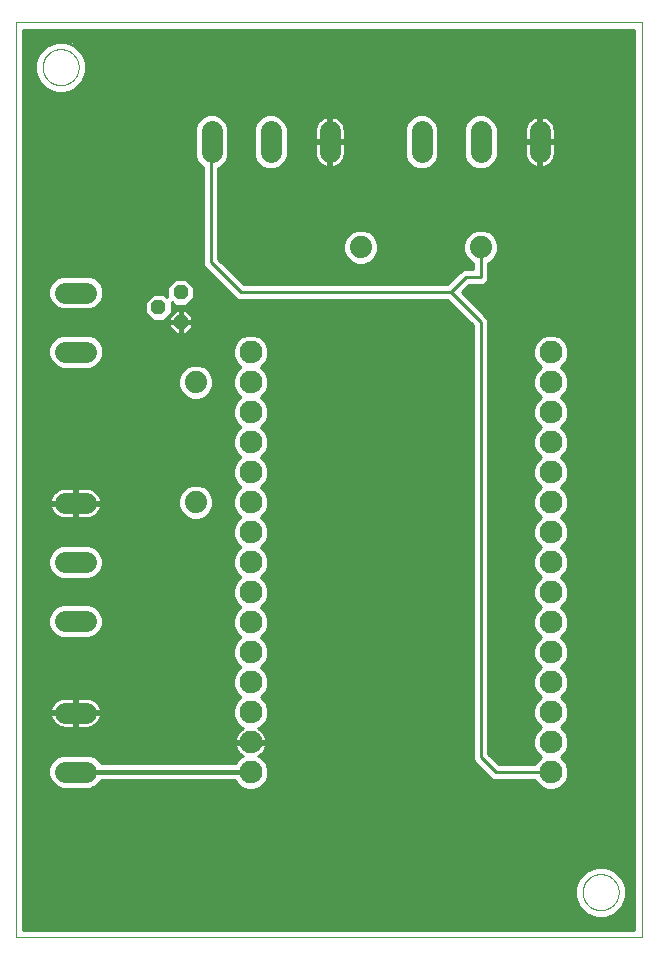
<source format=gbl>
G75*
%MOIN*%
%OFA0B0*%
%FSLAX25Y25*%
%IPPOS*%
%LPD*%
%AMOC8*
5,1,8,0,0,1.08239X$1,22.5*
%
%ADD10C,0.00000*%
%ADD11C,0.07050*%
%ADD12C,0.07400*%
%ADD13OC8,0.04800*%
%ADD14C,0.07600*%
%ADD15C,0.01600*%
%ADD16C,0.01000*%
D10*
X0001500Y0003000D02*
X0001500Y0307961D01*
X0210201Y0307961D01*
X0210201Y0003000D01*
X0001500Y0003000D01*
X0190500Y0018000D02*
X0190502Y0018154D01*
X0190508Y0018309D01*
X0190518Y0018463D01*
X0190532Y0018617D01*
X0190550Y0018770D01*
X0190571Y0018923D01*
X0190597Y0019076D01*
X0190627Y0019227D01*
X0190660Y0019378D01*
X0190698Y0019528D01*
X0190739Y0019677D01*
X0190784Y0019825D01*
X0190833Y0019971D01*
X0190886Y0020117D01*
X0190942Y0020260D01*
X0191002Y0020403D01*
X0191066Y0020543D01*
X0191133Y0020683D01*
X0191204Y0020820D01*
X0191278Y0020955D01*
X0191356Y0021089D01*
X0191437Y0021220D01*
X0191522Y0021349D01*
X0191610Y0021477D01*
X0191701Y0021601D01*
X0191795Y0021724D01*
X0191893Y0021844D01*
X0191993Y0021961D01*
X0192097Y0022076D01*
X0192203Y0022188D01*
X0192312Y0022297D01*
X0192424Y0022403D01*
X0192539Y0022507D01*
X0192656Y0022607D01*
X0192776Y0022705D01*
X0192899Y0022799D01*
X0193023Y0022890D01*
X0193151Y0022978D01*
X0193280Y0023063D01*
X0193411Y0023144D01*
X0193545Y0023222D01*
X0193680Y0023296D01*
X0193817Y0023367D01*
X0193957Y0023434D01*
X0194097Y0023498D01*
X0194240Y0023558D01*
X0194383Y0023614D01*
X0194529Y0023667D01*
X0194675Y0023716D01*
X0194823Y0023761D01*
X0194972Y0023802D01*
X0195122Y0023840D01*
X0195273Y0023873D01*
X0195424Y0023903D01*
X0195577Y0023929D01*
X0195730Y0023950D01*
X0195883Y0023968D01*
X0196037Y0023982D01*
X0196191Y0023992D01*
X0196346Y0023998D01*
X0196500Y0024000D01*
X0196654Y0023998D01*
X0196809Y0023992D01*
X0196963Y0023982D01*
X0197117Y0023968D01*
X0197270Y0023950D01*
X0197423Y0023929D01*
X0197576Y0023903D01*
X0197727Y0023873D01*
X0197878Y0023840D01*
X0198028Y0023802D01*
X0198177Y0023761D01*
X0198325Y0023716D01*
X0198471Y0023667D01*
X0198617Y0023614D01*
X0198760Y0023558D01*
X0198903Y0023498D01*
X0199043Y0023434D01*
X0199183Y0023367D01*
X0199320Y0023296D01*
X0199455Y0023222D01*
X0199589Y0023144D01*
X0199720Y0023063D01*
X0199849Y0022978D01*
X0199977Y0022890D01*
X0200101Y0022799D01*
X0200224Y0022705D01*
X0200344Y0022607D01*
X0200461Y0022507D01*
X0200576Y0022403D01*
X0200688Y0022297D01*
X0200797Y0022188D01*
X0200903Y0022076D01*
X0201007Y0021961D01*
X0201107Y0021844D01*
X0201205Y0021724D01*
X0201299Y0021601D01*
X0201390Y0021477D01*
X0201478Y0021349D01*
X0201563Y0021220D01*
X0201644Y0021089D01*
X0201722Y0020955D01*
X0201796Y0020820D01*
X0201867Y0020683D01*
X0201934Y0020543D01*
X0201998Y0020403D01*
X0202058Y0020260D01*
X0202114Y0020117D01*
X0202167Y0019971D01*
X0202216Y0019825D01*
X0202261Y0019677D01*
X0202302Y0019528D01*
X0202340Y0019378D01*
X0202373Y0019227D01*
X0202403Y0019076D01*
X0202429Y0018923D01*
X0202450Y0018770D01*
X0202468Y0018617D01*
X0202482Y0018463D01*
X0202492Y0018309D01*
X0202498Y0018154D01*
X0202500Y0018000D01*
X0202498Y0017846D01*
X0202492Y0017691D01*
X0202482Y0017537D01*
X0202468Y0017383D01*
X0202450Y0017230D01*
X0202429Y0017077D01*
X0202403Y0016924D01*
X0202373Y0016773D01*
X0202340Y0016622D01*
X0202302Y0016472D01*
X0202261Y0016323D01*
X0202216Y0016175D01*
X0202167Y0016029D01*
X0202114Y0015883D01*
X0202058Y0015740D01*
X0201998Y0015597D01*
X0201934Y0015457D01*
X0201867Y0015317D01*
X0201796Y0015180D01*
X0201722Y0015045D01*
X0201644Y0014911D01*
X0201563Y0014780D01*
X0201478Y0014651D01*
X0201390Y0014523D01*
X0201299Y0014399D01*
X0201205Y0014276D01*
X0201107Y0014156D01*
X0201007Y0014039D01*
X0200903Y0013924D01*
X0200797Y0013812D01*
X0200688Y0013703D01*
X0200576Y0013597D01*
X0200461Y0013493D01*
X0200344Y0013393D01*
X0200224Y0013295D01*
X0200101Y0013201D01*
X0199977Y0013110D01*
X0199849Y0013022D01*
X0199720Y0012937D01*
X0199589Y0012856D01*
X0199455Y0012778D01*
X0199320Y0012704D01*
X0199183Y0012633D01*
X0199043Y0012566D01*
X0198903Y0012502D01*
X0198760Y0012442D01*
X0198617Y0012386D01*
X0198471Y0012333D01*
X0198325Y0012284D01*
X0198177Y0012239D01*
X0198028Y0012198D01*
X0197878Y0012160D01*
X0197727Y0012127D01*
X0197576Y0012097D01*
X0197423Y0012071D01*
X0197270Y0012050D01*
X0197117Y0012032D01*
X0196963Y0012018D01*
X0196809Y0012008D01*
X0196654Y0012002D01*
X0196500Y0012000D01*
X0196346Y0012002D01*
X0196191Y0012008D01*
X0196037Y0012018D01*
X0195883Y0012032D01*
X0195730Y0012050D01*
X0195577Y0012071D01*
X0195424Y0012097D01*
X0195273Y0012127D01*
X0195122Y0012160D01*
X0194972Y0012198D01*
X0194823Y0012239D01*
X0194675Y0012284D01*
X0194529Y0012333D01*
X0194383Y0012386D01*
X0194240Y0012442D01*
X0194097Y0012502D01*
X0193957Y0012566D01*
X0193817Y0012633D01*
X0193680Y0012704D01*
X0193545Y0012778D01*
X0193411Y0012856D01*
X0193280Y0012937D01*
X0193151Y0013022D01*
X0193023Y0013110D01*
X0192899Y0013201D01*
X0192776Y0013295D01*
X0192656Y0013393D01*
X0192539Y0013493D01*
X0192424Y0013597D01*
X0192312Y0013703D01*
X0192203Y0013812D01*
X0192097Y0013924D01*
X0191993Y0014039D01*
X0191893Y0014156D01*
X0191795Y0014276D01*
X0191701Y0014399D01*
X0191610Y0014523D01*
X0191522Y0014651D01*
X0191437Y0014780D01*
X0191356Y0014911D01*
X0191278Y0015045D01*
X0191204Y0015180D01*
X0191133Y0015317D01*
X0191066Y0015457D01*
X0191002Y0015597D01*
X0190942Y0015740D01*
X0190886Y0015883D01*
X0190833Y0016029D01*
X0190784Y0016175D01*
X0190739Y0016323D01*
X0190698Y0016472D01*
X0190660Y0016622D01*
X0190627Y0016773D01*
X0190597Y0016924D01*
X0190571Y0017077D01*
X0190550Y0017230D01*
X0190532Y0017383D01*
X0190518Y0017537D01*
X0190508Y0017691D01*
X0190502Y0017846D01*
X0190500Y0018000D01*
X0010500Y0293000D02*
X0010502Y0293154D01*
X0010508Y0293309D01*
X0010518Y0293463D01*
X0010532Y0293617D01*
X0010550Y0293770D01*
X0010571Y0293923D01*
X0010597Y0294076D01*
X0010627Y0294227D01*
X0010660Y0294378D01*
X0010698Y0294528D01*
X0010739Y0294677D01*
X0010784Y0294825D01*
X0010833Y0294971D01*
X0010886Y0295117D01*
X0010942Y0295260D01*
X0011002Y0295403D01*
X0011066Y0295543D01*
X0011133Y0295683D01*
X0011204Y0295820D01*
X0011278Y0295955D01*
X0011356Y0296089D01*
X0011437Y0296220D01*
X0011522Y0296349D01*
X0011610Y0296477D01*
X0011701Y0296601D01*
X0011795Y0296724D01*
X0011893Y0296844D01*
X0011993Y0296961D01*
X0012097Y0297076D01*
X0012203Y0297188D01*
X0012312Y0297297D01*
X0012424Y0297403D01*
X0012539Y0297507D01*
X0012656Y0297607D01*
X0012776Y0297705D01*
X0012899Y0297799D01*
X0013023Y0297890D01*
X0013151Y0297978D01*
X0013280Y0298063D01*
X0013411Y0298144D01*
X0013545Y0298222D01*
X0013680Y0298296D01*
X0013817Y0298367D01*
X0013957Y0298434D01*
X0014097Y0298498D01*
X0014240Y0298558D01*
X0014383Y0298614D01*
X0014529Y0298667D01*
X0014675Y0298716D01*
X0014823Y0298761D01*
X0014972Y0298802D01*
X0015122Y0298840D01*
X0015273Y0298873D01*
X0015424Y0298903D01*
X0015577Y0298929D01*
X0015730Y0298950D01*
X0015883Y0298968D01*
X0016037Y0298982D01*
X0016191Y0298992D01*
X0016346Y0298998D01*
X0016500Y0299000D01*
X0016654Y0298998D01*
X0016809Y0298992D01*
X0016963Y0298982D01*
X0017117Y0298968D01*
X0017270Y0298950D01*
X0017423Y0298929D01*
X0017576Y0298903D01*
X0017727Y0298873D01*
X0017878Y0298840D01*
X0018028Y0298802D01*
X0018177Y0298761D01*
X0018325Y0298716D01*
X0018471Y0298667D01*
X0018617Y0298614D01*
X0018760Y0298558D01*
X0018903Y0298498D01*
X0019043Y0298434D01*
X0019183Y0298367D01*
X0019320Y0298296D01*
X0019455Y0298222D01*
X0019589Y0298144D01*
X0019720Y0298063D01*
X0019849Y0297978D01*
X0019977Y0297890D01*
X0020101Y0297799D01*
X0020224Y0297705D01*
X0020344Y0297607D01*
X0020461Y0297507D01*
X0020576Y0297403D01*
X0020688Y0297297D01*
X0020797Y0297188D01*
X0020903Y0297076D01*
X0021007Y0296961D01*
X0021107Y0296844D01*
X0021205Y0296724D01*
X0021299Y0296601D01*
X0021390Y0296477D01*
X0021478Y0296349D01*
X0021563Y0296220D01*
X0021644Y0296089D01*
X0021722Y0295955D01*
X0021796Y0295820D01*
X0021867Y0295683D01*
X0021934Y0295543D01*
X0021998Y0295403D01*
X0022058Y0295260D01*
X0022114Y0295117D01*
X0022167Y0294971D01*
X0022216Y0294825D01*
X0022261Y0294677D01*
X0022302Y0294528D01*
X0022340Y0294378D01*
X0022373Y0294227D01*
X0022403Y0294076D01*
X0022429Y0293923D01*
X0022450Y0293770D01*
X0022468Y0293617D01*
X0022482Y0293463D01*
X0022492Y0293309D01*
X0022498Y0293154D01*
X0022500Y0293000D01*
X0022498Y0292846D01*
X0022492Y0292691D01*
X0022482Y0292537D01*
X0022468Y0292383D01*
X0022450Y0292230D01*
X0022429Y0292077D01*
X0022403Y0291924D01*
X0022373Y0291773D01*
X0022340Y0291622D01*
X0022302Y0291472D01*
X0022261Y0291323D01*
X0022216Y0291175D01*
X0022167Y0291029D01*
X0022114Y0290883D01*
X0022058Y0290740D01*
X0021998Y0290597D01*
X0021934Y0290457D01*
X0021867Y0290317D01*
X0021796Y0290180D01*
X0021722Y0290045D01*
X0021644Y0289911D01*
X0021563Y0289780D01*
X0021478Y0289651D01*
X0021390Y0289523D01*
X0021299Y0289399D01*
X0021205Y0289276D01*
X0021107Y0289156D01*
X0021007Y0289039D01*
X0020903Y0288924D01*
X0020797Y0288812D01*
X0020688Y0288703D01*
X0020576Y0288597D01*
X0020461Y0288493D01*
X0020344Y0288393D01*
X0020224Y0288295D01*
X0020101Y0288201D01*
X0019977Y0288110D01*
X0019849Y0288022D01*
X0019720Y0287937D01*
X0019589Y0287856D01*
X0019455Y0287778D01*
X0019320Y0287704D01*
X0019183Y0287633D01*
X0019043Y0287566D01*
X0018903Y0287502D01*
X0018760Y0287442D01*
X0018617Y0287386D01*
X0018471Y0287333D01*
X0018325Y0287284D01*
X0018177Y0287239D01*
X0018028Y0287198D01*
X0017878Y0287160D01*
X0017727Y0287127D01*
X0017576Y0287097D01*
X0017423Y0287071D01*
X0017270Y0287050D01*
X0017117Y0287032D01*
X0016963Y0287018D01*
X0016809Y0287008D01*
X0016654Y0287002D01*
X0016500Y0287000D01*
X0016346Y0287002D01*
X0016191Y0287008D01*
X0016037Y0287018D01*
X0015883Y0287032D01*
X0015730Y0287050D01*
X0015577Y0287071D01*
X0015424Y0287097D01*
X0015273Y0287127D01*
X0015122Y0287160D01*
X0014972Y0287198D01*
X0014823Y0287239D01*
X0014675Y0287284D01*
X0014529Y0287333D01*
X0014383Y0287386D01*
X0014240Y0287442D01*
X0014097Y0287502D01*
X0013957Y0287566D01*
X0013817Y0287633D01*
X0013680Y0287704D01*
X0013545Y0287778D01*
X0013411Y0287856D01*
X0013280Y0287937D01*
X0013151Y0288022D01*
X0013023Y0288110D01*
X0012899Y0288201D01*
X0012776Y0288295D01*
X0012656Y0288393D01*
X0012539Y0288493D01*
X0012424Y0288597D01*
X0012312Y0288703D01*
X0012203Y0288812D01*
X0012097Y0288924D01*
X0011993Y0289039D01*
X0011893Y0289156D01*
X0011795Y0289276D01*
X0011701Y0289399D01*
X0011610Y0289523D01*
X0011522Y0289651D01*
X0011437Y0289780D01*
X0011356Y0289911D01*
X0011278Y0290045D01*
X0011204Y0290180D01*
X0011133Y0290317D01*
X0011066Y0290457D01*
X0011002Y0290597D01*
X0010942Y0290740D01*
X0010886Y0290883D01*
X0010833Y0291029D01*
X0010784Y0291175D01*
X0010739Y0291323D01*
X0010698Y0291472D01*
X0010660Y0291622D01*
X0010627Y0291773D01*
X0010597Y0291924D01*
X0010571Y0292077D01*
X0010550Y0292230D01*
X0010532Y0292383D01*
X0010518Y0292537D01*
X0010508Y0292691D01*
X0010502Y0292846D01*
X0010500Y0293000D01*
D11*
X0017975Y0217843D02*
X0025025Y0217843D01*
X0025025Y0198157D02*
X0017975Y0198157D01*
X0017896Y0147685D02*
X0024946Y0147685D01*
X0024946Y0128000D02*
X0017896Y0128000D01*
X0017896Y0108315D02*
X0024946Y0108315D01*
X0025025Y0077843D02*
X0017975Y0077843D01*
X0017975Y0058157D02*
X0025025Y0058157D01*
X0066815Y0264554D02*
X0066815Y0271604D01*
X0086500Y0271604D02*
X0086500Y0264554D01*
X0106185Y0264554D02*
X0106185Y0271604D01*
X0136815Y0271604D02*
X0136815Y0264554D01*
X0156500Y0264554D02*
X0156500Y0271604D01*
X0176185Y0271604D02*
X0176185Y0264554D01*
D12*
X0156500Y0233000D03*
X0116500Y0233000D03*
X0061500Y0188000D03*
X0061500Y0148000D03*
D13*
X0056500Y0208000D03*
X0049000Y0213000D03*
X0056500Y0218000D03*
D14*
X0079787Y0197961D03*
X0079787Y0187961D03*
X0079787Y0177961D03*
X0079787Y0167961D03*
X0079787Y0157961D03*
X0079787Y0147961D03*
X0079787Y0137961D03*
X0079787Y0127961D03*
X0079787Y0117961D03*
X0079787Y0107961D03*
X0079787Y0097961D03*
X0079787Y0087961D03*
X0079787Y0077961D03*
X0079787Y0067961D03*
X0079787Y0057961D03*
X0179807Y0057961D03*
X0179807Y0067961D03*
X0179807Y0077961D03*
X0179807Y0087961D03*
X0179807Y0097961D03*
X0179807Y0107961D03*
X0179807Y0117961D03*
X0179807Y0127961D03*
X0179807Y0137961D03*
X0179807Y0147961D03*
X0179807Y0157961D03*
X0179807Y0167961D03*
X0179807Y0177961D03*
X0179807Y0187961D03*
X0179807Y0197961D03*
D15*
X0079787Y0068000D02*
X0079787Y0067961D01*
X0079787Y0068000D02*
X0061500Y0068000D01*
X0061500Y0077843D01*
X0021500Y0077843D01*
X0021500Y0058157D02*
X0079787Y0058157D01*
X0079787Y0057961D01*
D16*
X0083049Y0052926D02*
X0176545Y0052926D01*
X0176465Y0052959D02*
X0178633Y0052061D01*
X0180981Y0052061D01*
X0183149Y0052959D01*
X0184809Y0054619D01*
X0185707Y0056787D01*
X0185707Y0059134D01*
X0184809Y0061303D01*
X0183151Y0062961D01*
X0184809Y0064619D01*
X0185707Y0066787D01*
X0185707Y0069134D01*
X0184809Y0071303D01*
X0183151Y0072961D01*
X0184809Y0074619D01*
X0185707Y0076787D01*
X0185707Y0079134D01*
X0184809Y0081303D01*
X0183151Y0082961D01*
X0184809Y0084619D01*
X0185707Y0086787D01*
X0185707Y0089134D01*
X0184809Y0091303D01*
X0183151Y0092961D01*
X0184809Y0094619D01*
X0185707Y0096787D01*
X0185707Y0099134D01*
X0184809Y0101303D01*
X0183151Y0102961D01*
X0184809Y0104619D01*
X0185707Y0106787D01*
X0185707Y0109134D01*
X0184809Y0111303D01*
X0183151Y0112961D01*
X0184809Y0114619D01*
X0185707Y0116787D01*
X0185707Y0119134D01*
X0184809Y0121303D01*
X0183151Y0122961D01*
X0184809Y0124619D01*
X0185707Y0126787D01*
X0185707Y0129134D01*
X0184809Y0131303D01*
X0183151Y0132961D01*
X0184809Y0134619D01*
X0185707Y0136787D01*
X0185707Y0139134D01*
X0184809Y0141303D01*
X0183151Y0142961D01*
X0184809Y0144619D01*
X0185707Y0146787D01*
X0185707Y0149134D01*
X0184809Y0151303D01*
X0183151Y0152961D01*
X0184809Y0154619D01*
X0185707Y0156787D01*
X0185707Y0159134D01*
X0184809Y0161303D01*
X0183151Y0162961D01*
X0184809Y0164619D01*
X0185707Y0166787D01*
X0185707Y0169134D01*
X0184809Y0171303D01*
X0183151Y0172961D01*
X0184809Y0174619D01*
X0185707Y0176787D01*
X0185707Y0179134D01*
X0184809Y0181303D01*
X0183151Y0182961D01*
X0184809Y0184619D01*
X0185707Y0186787D01*
X0185707Y0189134D01*
X0184809Y0191303D01*
X0183151Y0192961D01*
X0184809Y0194619D01*
X0185707Y0196787D01*
X0185707Y0199134D01*
X0184809Y0201303D01*
X0183149Y0202962D01*
X0180981Y0203861D01*
X0178633Y0203861D01*
X0176465Y0202962D01*
X0174805Y0201303D01*
X0173907Y0199134D01*
X0173907Y0196787D01*
X0174805Y0194619D01*
X0176463Y0192961D01*
X0174805Y0191303D01*
X0173907Y0189134D01*
X0173907Y0186787D01*
X0174805Y0184619D01*
X0176463Y0182961D01*
X0174805Y0181303D01*
X0173907Y0179134D01*
X0173907Y0176787D01*
X0174805Y0174619D01*
X0176463Y0172961D01*
X0174805Y0171303D01*
X0173907Y0169134D01*
X0173907Y0166787D01*
X0174805Y0164619D01*
X0176463Y0162961D01*
X0174805Y0161303D01*
X0173907Y0159134D01*
X0173907Y0156787D01*
X0174805Y0154619D01*
X0176463Y0152961D01*
X0174805Y0151303D01*
X0173907Y0149134D01*
X0173907Y0146787D01*
X0174805Y0144619D01*
X0176463Y0142961D01*
X0174805Y0141303D01*
X0173907Y0139134D01*
X0173907Y0136787D01*
X0174805Y0134619D01*
X0176463Y0132961D01*
X0174805Y0131303D01*
X0173907Y0129134D01*
X0173907Y0126787D01*
X0174805Y0124619D01*
X0176463Y0122961D01*
X0174805Y0121303D01*
X0173907Y0119134D01*
X0173907Y0116787D01*
X0174805Y0114619D01*
X0176463Y0112961D01*
X0174805Y0111303D01*
X0173907Y0109134D01*
X0173907Y0106787D01*
X0174805Y0104619D01*
X0176463Y0102961D01*
X0174805Y0101303D01*
X0173907Y0099134D01*
X0173907Y0096787D01*
X0174805Y0094619D01*
X0176463Y0092961D01*
X0174805Y0091303D01*
X0173907Y0089134D01*
X0173907Y0086787D01*
X0174805Y0084619D01*
X0176463Y0082961D01*
X0174805Y0081303D01*
X0173907Y0079134D01*
X0173907Y0076787D01*
X0174805Y0074619D01*
X0176463Y0072961D01*
X0174805Y0071303D01*
X0173907Y0069134D01*
X0173907Y0066787D01*
X0174805Y0064619D01*
X0176463Y0062961D01*
X0174805Y0061303D01*
X0174498Y0060561D01*
X0162616Y0060561D01*
X0159100Y0064077D01*
X0159100Y0208517D01*
X0158704Y0209473D01*
X0150177Y0218000D01*
X0152577Y0220400D01*
X0157017Y0220400D01*
X0157973Y0220796D01*
X0158704Y0221527D01*
X0159100Y0222483D01*
X0159100Y0227799D01*
X0159785Y0228083D01*
X0161417Y0229715D01*
X0162300Y0231846D01*
X0162300Y0234154D01*
X0161417Y0236285D01*
X0159785Y0237917D01*
X0157654Y0238800D01*
X0155346Y0238800D01*
X0153215Y0237917D01*
X0151583Y0236285D01*
X0150700Y0234154D01*
X0150700Y0231846D01*
X0151583Y0229715D01*
X0153215Y0228083D01*
X0153900Y0227799D01*
X0153900Y0225600D01*
X0150983Y0225600D01*
X0150027Y0225204D01*
X0145423Y0220600D01*
X0077577Y0220600D01*
X0069100Y0229077D01*
X0069100Y0259412D01*
X0070001Y0259785D01*
X0071584Y0261367D01*
X0072440Y0263435D01*
X0072440Y0272723D01*
X0071584Y0274790D01*
X0070001Y0276372D01*
X0067934Y0277229D01*
X0065696Y0277229D01*
X0063629Y0276372D01*
X0062046Y0274790D01*
X0061190Y0272723D01*
X0061190Y0263435D01*
X0062046Y0261367D01*
X0063629Y0259785D01*
X0063900Y0259673D01*
X0063900Y0227483D01*
X0064296Y0226527D01*
X0065027Y0225796D01*
X0075027Y0215796D01*
X0075983Y0215400D01*
X0145423Y0215400D01*
X0153900Y0206923D01*
X0153900Y0062483D01*
X0154296Y0061527D01*
X0155027Y0060796D01*
X0160067Y0055756D01*
X0161022Y0055361D01*
X0174498Y0055361D01*
X0174805Y0054619D01*
X0176465Y0052959D01*
X0175500Y0053924D02*
X0084095Y0053924D01*
X0084789Y0054619D02*
X0085687Y0056787D01*
X0085687Y0059134D01*
X0084789Y0061303D01*
X0083129Y0062962D01*
X0082315Y0063300D01*
X0082565Y0063428D01*
X0083240Y0063918D01*
X0083830Y0064508D01*
X0084320Y0065183D01*
X0084699Y0065926D01*
X0084957Y0066720D01*
X0085077Y0067476D01*
X0080272Y0067476D01*
X0080272Y0068445D01*
X0085077Y0068445D01*
X0084957Y0069202D01*
X0084699Y0069995D01*
X0084320Y0070738D01*
X0083830Y0071413D01*
X0083240Y0072003D01*
X0082565Y0072494D01*
X0082315Y0072621D01*
X0083129Y0072959D01*
X0084789Y0074619D01*
X0085687Y0076787D01*
X0085687Y0079134D01*
X0084789Y0081303D01*
X0083131Y0082961D01*
X0084789Y0084619D01*
X0085687Y0086787D01*
X0085687Y0089134D01*
X0084789Y0091303D01*
X0083131Y0092961D01*
X0084789Y0094619D01*
X0085687Y0096787D01*
X0085687Y0099134D01*
X0084789Y0101303D01*
X0083131Y0102961D01*
X0084789Y0104619D01*
X0085687Y0106787D01*
X0085687Y0109134D01*
X0084789Y0111303D01*
X0083131Y0112961D01*
X0084789Y0114619D01*
X0085687Y0116787D01*
X0085687Y0119134D01*
X0084789Y0121303D01*
X0083131Y0122961D01*
X0084789Y0124619D01*
X0085687Y0126787D01*
X0085687Y0129134D01*
X0084789Y0131303D01*
X0083131Y0132961D01*
X0084789Y0134619D01*
X0085687Y0136787D01*
X0085687Y0139134D01*
X0084789Y0141303D01*
X0083131Y0142961D01*
X0084789Y0144619D01*
X0085687Y0146787D01*
X0085687Y0149134D01*
X0084789Y0151303D01*
X0083131Y0152961D01*
X0084789Y0154619D01*
X0085687Y0156787D01*
X0085687Y0159134D01*
X0084789Y0161303D01*
X0083131Y0162961D01*
X0084789Y0164619D01*
X0085687Y0166787D01*
X0085687Y0169134D01*
X0084789Y0171303D01*
X0083131Y0172961D01*
X0084789Y0174619D01*
X0085687Y0176787D01*
X0085687Y0179134D01*
X0084789Y0181303D01*
X0083131Y0182961D01*
X0084789Y0184619D01*
X0085687Y0186787D01*
X0085687Y0189134D01*
X0084789Y0191303D01*
X0083131Y0192961D01*
X0084789Y0194619D01*
X0085687Y0196787D01*
X0085687Y0199134D01*
X0084789Y0201303D01*
X0083129Y0202962D01*
X0080961Y0203861D01*
X0078614Y0203861D01*
X0076445Y0202962D01*
X0074786Y0201303D01*
X0073887Y0199134D01*
X0073887Y0196787D01*
X0074786Y0194619D01*
X0076444Y0192961D01*
X0074786Y0191303D01*
X0073887Y0189134D01*
X0073887Y0186787D01*
X0074786Y0184619D01*
X0076444Y0182961D01*
X0074786Y0181303D01*
X0073887Y0179134D01*
X0073887Y0176787D01*
X0074786Y0174619D01*
X0076444Y0172961D01*
X0074786Y0171303D01*
X0073887Y0169134D01*
X0073887Y0166787D01*
X0074786Y0164619D01*
X0076444Y0162961D01*
X0074786Y0161303D01*
X0073887Y0159134D01*
X0073887Y0156787D01*
X0074786Y0154619D01*
X0076444Y0152961D01*
X0074786Y0151303D01*
X0073887Y0149134D01*
X0073887Y0146787D01*
X0074786Y0144619D01*
X0076444Y0142961D01*
X0074786Y0141303D01*
X0073887Y0139134D01*
X0073887Y0136787D01*
X0074786Y0134619D01*
X0076444Y0132961D01*
X0074786Y0131303D01*
X0073887Y0129134D01*
X0073887Y0126787D01*
X0074786Y0124619D01*
X0076444Y0122961D01*
X0074786Y0121303D01*
X0073887Y0119134D01*
X0073887Y0116787D01*
X0074786Y0114619D01*
X0076444Y0112961D01*
X0074786Y0111303D01*
X0073887Y0109134D01*
X0073887Y0106787D01*
X0074786Y0104619D01*
X0076444Y0102961D01*
X0074786Y0101303D01*
X0073887Y0099134D01*
X0073887Y0096787D01*
X0074786Y0094619D01*
X0076444Y0092961D01*
X0074786Y0091303D01*
X0073887Y0089134D01*
X0073887Y0086787D01*
X0074786Y0084619D01*
X0076444Y0082961D01*
X0074786Y0081303D01*
X0073887Y0079134D01*
X0073887Y0076787D01*
X0074786Y0074619D01*
X0076445Y0072959D01*
X0077260Y0072621D01*
X0077010Y0072494D01*
X0076335Y0072003D01*
X0075745Y0071413D01*
X0075254Y0070738D01*
X0074876Y0069995D01*
X0074618Y0069202D01*
X0074498Y0068445D01*
X0079303Y0068445D01*
X0079303Y0067476D01*
X0074498Y0067476D01*
X0074618Y0066720D01*
X0074876Y0065926D01*
X0075254Y0065183D01*
X0075745Y0064508D01*
X0076335Y0063918D01*
X0077010Y0063428D01*
X0077260Y0063300D01*
X0076445Y0062962D01*
X0074786Y0061303D01*
X0074684Y0061057D01*
X0029912Y0061057D01*
X0029794Y0061344D01*
X0028211Y0062926D01*
X0026144Y0063782D01*
X0016856Y0063782D01*
X0014789Y0062926D01*
X0013206Y0061344D01*
X0012350Y0059276D01*
X0012350Y0057039D01*
X0013206Y0054971D01*
X0014789Y0053389D01*
X0016856Y0052532D01*
X0026144Y0052532D01*
X0028211Y0053389D01*
X0029794Y0054971D01*
X0029912Y0055257D01*
X0074521Y0055257D01*
X0074786Y0054619D01*
X0076445Y0052959D01*
X0078614Y0052061D01*
X0080961Y0052061D01*
X0083129Y0052959D01*
X0084789Y0054619D01*
X0084915Y0054923D02*
X0174679Y0054923D01*
X0179807Y0057961D02*
X0161539Y0057961D01*
X0156500Y0063000D01*
X0156500Y0208000D01*
X0146500Y0218000D01*
X0151500Y0223000D01*
X0156500Y0223000D01*
X0156500Y0233000D01*
X0161809Y0230661D02*
X0207701Y0230661D01*
X0207701Y0231659D02*
X0162222Y0231659D01*
X0162300Y0232658D02*
X0207701Y0232658D01*
X0207701Y0233656D02*
X0162300Y0233656D01*
X0162092Y0234655D02*
X0207701Y0234655D01*
X0207701Y0235653D02*
X0161679Y0235653D01*
X0161051Y0236652D02*
X0207701Y0236652D01*
X0207701Y0237650D02*
X0160052Y0237650D01*
X0158019Y0238649D02*
X0207701Y0238649D01*
X0207701Y0239647D02*
X0069100Y0239647D01*
X0069100Y0238649D02*
X0114981Y0238649D01*
X0115346Y0238800D02*
X0113215Y0237917D01*
X0111583Y0236285D01*
X0110700Y0234154D01*
X0110700Y0231846D01*
X0111583Y0229715D01*
X0113215Y0228083D01*
X0115346Y0227200D01*
X0117654Y0227200D01*
X0119785Y0228083D01*
X0121417Y0229715D01*
X0122300Y0231846D01*
X0122300Y0234154D01*
X0121417Y0236285D01*
X0119785Y0237917D01*
X0117654Y0238800D01*
X0115346Y0238800D01*
X0112948Y0237650D02*
X0069100Y0237650D01*
X0069100Y0236652D02*
X0111949Y0236652D01*
X0111321Y0235653D02*
X0069100Y0235653D01*
X0069100Y0234655D02*
X0110908Y0234655D01*
X0110700Y0233656D02*
X0069100Y0233656D01*
X0069100Y0232658D02*
X0110700Y0232658D01*
X0110778Y0231659D02*
X0069100Y0231659D01*
X0069100Y0230661D02*
X0111191Y0230661D01*
X0111635Y0229662D02*
X0069100Y0229662D01*
X0069513Y0228664D02*
X0112634Y0228664D01*
X0114224Y0227665D02*
X0070512Y0227665D01*
X0071510Y0226667D02*
X0153900Y0226667D01*
X0153900Y0227665D02*
X0118776Y0227665D01*
X0120366Y0228664D02*
X0152634Y0228664D01*
X0151635Y0229662D02*
X0121365Y0229662D01*
X0121809Y0230661D02*
X0151191Y0230661D01*
X0150778Y0231659D02*
X0122222Y0231659D01*
X0122300Y0232658D02*
X0150700Y0232658D01*
X0150700Y0233656D02*
X0122300Y0233656D01*
X0122092Y0234655D02*
X0150908Y0234655D01*
X0151321Y0235653D02*
X0121679Y0235653D01*
X0121051Y0236652D02*
X0151949Y0236652D01*
X0152948Y0237650D02*
X0120052Y0237650D01*
X0118019Y0238649D02*
X0154981Y0238649D01*
X0161365Y0229662D02*
X0207701Y0229662D01*
X0207701Y0228664D02*
X0160366Y0228664D01*
X0159100Y0227665D02*
X0207701Y0227665D01*
X0207701Y0226667D02*
X0159100Y0226667D01*
X0159100Y0225668D02*
X0207701Y0225668D01*
X0207701Y0224670D02*
X0159100Y0224670D01*
X0159100Y0223671D02*
X0207701Y0223671D01*
X0207701Y0222672D02*
X0159100Y0222672D01*
X0158765Y0221674D02*
X0207701Y0221674D01*
X0207701Y0220675D02*
X0157682Y0220675D01*
X0153900Y0225668D02*
X0072509Y0225668D01*
X0073507Y0224670D02*
X0149493Y0224670D01*
X0148494Y0223671D02*
X0074506Y0223671D01*
X0075504Y0222672D02*
X0147496Y0222672D01*
X0146497Y0221674D02*
X0076503Y0221674D01*
X0077501Y0220675D02*
X0145499Y0220675D01*
X0146500Y0218000D02*
X0076500Y0218000D01*
X0066500Y0228000D01*
X0066500Y0263000D01*
X0063900Y0259617D02*
X0004000Y0259617D01*
X0004000Y0258619D02*
X0063900Y0258619D01*
X0063900Y0257620D02*
X0004000Y0257620D01*
X0004000Y0256622D02*
X0063900Y0256622D01*
X0063900Y0255623D02*
X0004000Y0255623D01*
X0004000Y0254625D02*
X0063900Y0254625D01*
X0063900Y0253626D02*
X0004000Y0253626D01*
X0004000Y0252628D02*
X0063900Y0252628D01*
X0063900Y0251629D02*
X0004000Y0251629D01*
X0004000Y0250631D02*
X0063900Y0250631D01*
X0063900Y0249632D02*
X0004000Y0249632D01*
X0004000Y0248634D02*
X0063900Y0248634D01*
X0063900Y0247635D02*
X0004000Y0247635D01*
X0004000Y0246637D02*
X0063900Y0246637D01*
X0063900Y0245638D02*
X0004000Y0245638D01*
X0004000Y0244640D02*
X0063900Y0244640D01*
X0063900Y0243641D02*
X0004000Y0243641D01*
X0004000Y0242643D02*
X0063900Y0242643D01*
X0063900Y0241644D02*
X0004000Y0241644D01*
X0004000Y0240646D02*
X0063900Y0240646D01*
X0063900Y0239647D02*
X0004000Y0239647D01*
X0004000Y0238649D02*
X0063900Y0238649D01*
X0063900Y0237650D02*
X0004000Y0237650D01*
X0004000Y0236652D02*
X0063900Y0236652D01*
X0063900Y0235653D02*
X0004000Y0235653D01*
X0004000Y0234655D02*
X0063900Y0234655D01*
X0063900Y0233656D02*
X0004000Y0233656D01*
X0004000Y0232658D02*
X0063900Y0232658D01*
X0063900Y0231659D02*
X0004000Y0231659D01*
X0004000Y0230661D02*
X0063900Y0230661D01*
X0063900Y0229662D02*
X0004000Y0229662D01*
X0004000Y0228664D02*
X0063900Y0228664D01*
X0063900Y0227665D02*
X0004000Y0227665D01*
X0004000Y0226667D02*
X0064238Y0226667D01*
X0065155Y0225668D02*
X0004000Y0225668D01*
X0004000Y0224670D02*
X0066154Y0224670D01*
X0067152Y0223671D02*
X0004000Y0223671D01*
X0004000Y0222672D02*
X0014937Y0222672D01*
X0014789Y0222611D02*
X0016856Y0223468D01*
X0026144Y0223468D01*
X0028211Y0222611D01*
X0029794Y0221029D01*
X0030650Y0218961D01*
X0030650Y0216724D01*
X0029794Y0214656D01*
X0028211Y0213074D01*
X0026144Y0212218D01*
X0016856Y0212218D01*
X0014789Y0213074D01*
X0013206Y0214656D01*
X0012350Y0216724D01*
X0012350Y0218961D01*
X0013206Y0221029D01*
X0014789Y0222611D01*
X0013852Y0221674D02*
X0004000Y0221674D01*
X0004000Y0220675D02*
X0013060Y0220675D01*
X0012646Y0219677D02*
X0004000Y0219677D01*
X0004000Y0218678D02*
X0012350Y0218678D01*
X0012350Y0217680D02*
X0004000Y0217680D01*
X0004000Y0216681D02*
X0012367Y0216681D01*
X0012781Y0215683D02*
X0004000Y0215683D01*
X0004000Y0214684D02*
X0013195Y0214684D01*
X0014177Y0213686D02*
X0004000Y0213686D01*
X0004000Y0212687D02*
X0015722Y0212687D01*
X0016856Y0203782D02*
X0014789Y0202926D01*
X0013206Y0201344D01*
X0012350Y0199276D01*
X0012350Y0197039D01*
X0013206Y0194971D01*
X0014789Y0193389D01*
X0016856Y0192532D01*
X0026144Y0192532D01*
X0028211Y0193389D01*
X0029794Y0194971D01*
X0030650Y0197039D01*
X0030650Y0199276D01*
X0029794Y0201344D01*
X0028211Y0202926D01*
X0026144Y0203782D01*
X0016856Y0203782D01*
X0016659Y0203701D02*
X0004000Y0203701D01*
X0004000Y0204699D02*
X0054285Y0204699D01*
X0054885Y0204100D02*
X0052600Y0206385D01*
X0052600Y0207700D01*
X0056200Y0207700D01*
X0056200Y0208300D01*
X0056200Y0211900D01*
X0054885Y0211900D01*
X0052600Y0209615D01*
X0052600Y0208300D01*
X0056200Y0208300D01*
X0056800Y0208300D01*
X0056800Y0211900D01*
X0058115Y0211900D01*
X0060400Y0209615D01*
X0060400Y0208300D01*
X0056800Y0208300D01*
X0056800Y0207700D01*
X0060400Y0207700D01*
X0060400Y0206385D01*
X0058115Y0204100D01*
X0056800Y0204100D01*
X0056800Y0207700D01*
X0056200Y0207700D01*
X0056200Y0204100D01*
X0054885Y0204100D01*
X0056200Y0204699D02*
X0056800Y0204699D01*
X0056800Y0205698D02*
X0056200Y0205698D01*
X0056200Y0206696D02*
X0056800Y0206696D01*
X0056800Y0207695D02*
X0056200Y0207695D01*
X0056200Y0208693D02*
X0056800Y0208693D01*
X0056800Y0209692D02*
X0056200Y0209692D01*
X0056200Y0210690D02*
X0056800Y0210690D01*
X0056800Y0211689D02*
X0056200Y0211689D01*
X0054673Y0211689D02*
X0053500Y0211689D01*
X0053500Y0211136D02*
X0053500Y0214636D01*
X0054636Y0213500D01*
X0058364Y0213500D01*
X0061000Y0216136D01*
X0061000Y0219864D01*
X0058364Y0222500D01*
X0054636Y0222500D01*
X0052000Y0219864D01*
X0052000Y0216364D01*
X0050864Y0217500D01*
X0047136Y0217500D01*
X0044500Y0214864D01*
X0044500Y0211136D01*
X0047136Y0208500D01*
X0050864Y0208500D01*
X0053500Y0211136D01*
X0053675Y0210690D02*
X0053054Y0210690D01*
X0052676Y0209692D02*
X0052056Y0209692D01*
X0052600Y0208693D02*
X0051057Y0208693D01*
X0052600Y0207695D02*
X0004000Y0207695D01*
X0004000Y0208693D02*
X0046943Y0208693D01*
X0045944Y0209692D02*
X0004000Y0209692D01*
X0004000Y0210690D02*
X0044946Y0210690D01*
X0044500Y0211689D02*
X0004000Y0211689D01*
X0004000Y0206696D02*
X0052600Y0206696D01*
X0053287Y0205698D02*
X0004000Y0205698D01*
X0004000Y0202702D02*
X0014565Y0202702D01*
X0013566Y0201704D02*
X0004000Y0201704D01*
X0004000Y0200705D02*
X0012942Y0200705D01*
X0012528Y0199707D02*
X0004000Y0199707D01*
X0004000Y0198708D02*
X0012350Y0198708D01*
X0012350Y0197710D02*
X0004000Y0197710D01*
X0004000Y0196711D02*
X0012486Y0196711D01*
X0012899Y0195713D02*
X0004000Y0195713D01*
X0004000Y0194714D02*
X0013463Y0194714D01*
X0014462Y0193716D02*
X0004000Y0193716D01*
X0004000Y0192717D02*
X0016410Y0192717D01*
X0026590Y0192717D02*
X0058015Y0192717D01*
X0058215Y0192917D02*
X0056583Y0191285D01*
X0055700Y0189154D01*
X0055700Y0186846D01*
X0056583Y0184715D01*
X0058215Y0183083D01*
X0060346Y0182200D01*
X0062654Y0182200D01*
X0064785Y0183083D01*
X0066417Y0184715D01*
X0067300Y0186846D01*
X0067300Y0189154D01*
X0066417Y0191285D01*
X0064785Y0192917D01*
X0062654Y0193800D01*
X0060346Y0193800D01*
X0058215Y0192917D01*
X0057016Y0191719D02*
X0004000Y0191719D01*
X0004000Y0190720D02*
X0056349Y0190720D01*
X0055935Y0189722D02*
X0004000Y0189722D01*
X0004000Y0188723D02*
X0055700Y0188723D01*
X0055700Y0187725D02*
X0004000Y0187725D01*
X0004000Y0186726D02*
X0055750Y0186726D01*
X0056163Y0185728D02*
X0004000Y0185728D01*
X0004000Y0184729D02*
X0056577Y0184729D01*
X0057567Y0183731D02*
X0004000Y0183731D01*
X0004000Y0182732D02*
X0059062Y0182732D01*
X0063938Y0182732D02*
X0076215Y0182732D01*
X0075674Y0183731D02*
X0065433Y0183731D01*
X0066423Y0184729D02*
X0074740Y0184729D01*
X0074326Y0185728D02*
X0066837Y0185728D01*
X0067250Y0186726D02*
X0073913Y0186726D01*
X0073887Y0187725D02*
X0067300Y0187725D01*
X0067300Y0188723D02*
X0073887Y0188723D01*
X0074131Y0189722D02*
X0067065Y0189722D01*
X0066651Y0190720D02*
X0074544Y0190720D01*
X0075202Y0191719D02*
X0065984Y0191719D01*
X0064985Y0192717D02*
X0076200Y0192717D01*
X0075688Y0193716D02*
X0062857Y0193716D01*
X0060143Y0193716D02*
X0028538Y0193716D01*
X0029537Y0194714D02*
X0074746Y0194714D01*
X0074332Y0195713D02*
X0030101Y0195713D01*
X0030514Y0196711D02*
X0073919Y0196711D01*
X0073887Y0197710D02*
X0030650Y0197710D01*
X0030650Y0198708D02*
X0073887Y0198708D01*
X0074125Y0199707D02*
X0030472Y0199707D01*
X0030058Y0200705D02*
X0074538Y0200705D01*
X0075187Y0201704D02*
X0029434Y0201704D01*
X0028435Y0202702D02*
X0076185Y0202702D01*
X0078228Y0203701D02*
X0026341Y0203701D01*
X0027278Y0212687D02*
X0044500Y0212687D01*
X0044500Y0213686D02*
X0028823Y0213686D01*
X0029805Y0214684D02*
X0044500Y0214684D01*
X0045319Y0215683D02*
X0030219Y0215683D01*
X0030633Y0216681D02*
X0046317Y0216681D01*
X0051683Y0216681D02*
X0052000Y0216681D01*
X0052000Y0217680D02*
X0030650Y0217680D01*
X0030650Y0218678D02*
X0052000Y0218678D01*
X0052000Y0219677D02*
X0030354Y0219677D01*
X0029940Y0220675D02*
X0052812Y0220675D01*
X0053810Y0221674D02*
X0029148Y0221674D01*
X0028063Y0222672D02*
X0068151Y0222672D01*
X0069149Y0221674D02*
X0059190Y0221674D01*
X0060188Y0220675D02*
X0070148Y0220675D01*
X0071146Y0219677D02*
X0061000Y0219677D01*
X0061000Y0218678D02*
X0072145Y0218678D01*
X0073143Y0217680D02*
X0061000Y0217680D01*
X0061000Y0216681D02*
X0074142Y0216681D01*
X0075300Y0215683D02*
X0060547Y0215683D01*
X0059548Y0214684D02*
X0146139Y0214684D01*
X0147137Y0213686D02*
X0058550Y0213686D01*
X0058327Y0211689D02*
X0149134Y0211689D01*
X0148136Y0212687D02*
X0053500Y0212687D01*
X0053500Y0213686D02*
X0054450Y0213686D01*
X0059325Y0210690D02*
X0150133Y0210690D01*
X0151131Y0209692D02*
X0060324Y0209692D01*
X0060400Y0208693D02*
X0152130Y0208693D01*
X0153128Y0207695D02*
X0060400Y0207695D01*
X0060400Y0206696D02*
X0153900Y0206696D01*
X0153900Y0205698D02*
X0059713Y0205698D01*
X0058715Y0204699D02*
X0153900Y0204699D01*
X0153900Y0203701D02*
X0081347Y0203701D01*
X0083390Y0202702D02*
X0153900Y0202702D01*
X0153900Y0201704D02*
X0084388Y0201704D01*
X0085037Y0200705D02*
X0153900Y0200705D01*
X0153900Y0199707D02*
X0085450Y0199707D01*
X0085687Y0198708D02*
X0153900Y0198708D01*
X0153900Y0197710D02*
X0085687Y0197710D01*
X0085656Y0196711D02*
X0153900Y0196711D01*
X0153900Y0195713D02*
X0085242Y0195713D01*
X0084829Y0194714D02*
X0153900Y0194714D01*
X0153900Y0193716D02*
X0083886Y0193716D01*
X0083375Y0192717D02*
X0153900Y0192717D01*
X0153900Y0191719D02*
X0084373Y0191719D01*
X0085030Y0190720D02*
X0153900Y0190720D01*
X0153900Y0189722D02*
X0085444Y0189722D01*
X0085687Y0188723D02*
X0153900Y0188723D01*
X0153900Y0187725D02*
X0085687Y0187725D01*
X0085662Y0186726D02*
X0153900Y0186726D01*
X0153900Y0185728D02*
X0085249Y0185728D01*
X0084835Y0184729D02*
X0153900Y0184729D01*
X0153900Y0183731D02*
X0083901Y0183731D01*
X0083360Y0182732D02*
X0153900Y0182732D01*
X0153900Y0181734D02*
X0084358Y0181734D01*
X0085024Y0180735D02*
X0153900Y0180735D01*
X0153900Y0179737D02*
X0085438Y0179737D01*
X0085687Y0178738D02*
X0153900Y0178738D01*
X0153900Y0177739D02*
X0085687Y0177739D01*
X0085668Y0176741D02*
X0153900Y0176741D01*
X0153900Y0175742D02*
X0085255Y0175742D01*
X0084841Y0174744D02*
X0153900Y0174744D01*
X0153900Y0173745D02*
X0083916Y0173745D01*
X0083345Y0172747D02*
X0153900Y0172747D01*
X0153900Y0171748D02*
X0084343Y0171748D01*
X0085018Y0170750D02*
X0153900Y0170750D01*
X0153900Y0169751D02*
X0085432Y0169751D01*
X0085687Y0168753D02*
X0153900Y0168753D01*
X0153900Y0167754D02*
X0085687Y0167754D01*
X0085674Y0166756D02*
X0153900Y0166756D01*
X0153900Y0165757D02*
X0085261Y0165757D01*
X0084847Y0164759D02*
X0153900Y0164759D01*
X0153900Y0163760D02*
X0083931Y0163760D01*
X0083330Y0162762D02*
X0153900Y0162762D01*
X0153900Y0161763D02*
X0084329Y0161763D01*
X0085012Y0160765D02*
X0153900Y0160765D01*
X0153900Y0159766D02*
X0085426Y0159766D01*
X0085687Y0158768D02*
X0153900Y0158768D01*
X0153900Y0157769D02*
X0085687Y0157769D01*
X0085681Y0156771D02*
X0153900Y0156771D01*
X0153900Y0155772D02*
X0085267Y0155772D01*
X0084853Y0154774D02*
X0153900Y0154774D01*
X0153900Y0153775D02*
X0083946Y0153775D01*
X0083315Y0152777D02*
X0153900Y0152777D01*
X0153900Y0151778D02*
X0084314Y0151778D01*
X0085006Y0150780D02*
X0153900Y0150780D01*
X0153900Y0149781D02*
X0085419Y0149781D01*
X0085687Y0148783D02*
X0153900Y0148783D01*
X0153900Y0147784D02*
X0085687Y0147784D01*
X0085687Y0146786D02*
X0153900Y0146786D01*
X0153900Y0145787D02*
X0085273Y0145787D01*
X0084860Y0144789D02*
X0153900Y0144789D01*
X0153900Y0143790D02*
X0083961Y0143790D01*
X0083300Y0142792D02*
X0153900Y0142792D01*
X0153900Y0141793D02*
X0084299Y0141793D01*
X0085000Y0140795D02*
X0153900Y0140795D01*
X0153900Y0139796D02*
X0085413Y0139796D01*
X0085687Y0138798D02*
X0153900Y0138798D01*
X0153900Y0137799D02*
X0085687Y0137799D01*
X0085687Y0136801D02*
X0153900Y0136801D01*
X0153900Y0135802D02*
X0085279Y0135802D01*
X0084866Y0134803D02*
X0153900Y0134803D01*
X0153900Y0133805D02*
X0083976Y0133805D01*
X0083285Y0132806D02*
X0153900Y0132806D01*
X0153900Y0131808D02*
X0084284Y0131808D01*
X0084993Y0130809D02*
X0153900Y0130809D01*
X0153900Y0129811D02*
X0085407Y0129811D01*
X0085687Y0128812D02*
X0153900Y0128812D01*
X0153900Y0127814D02*
X0085687Y0127814D01*
X0085687Y0126815D02*
X0153900Y0126815D01*
X0153900Y0125817D02*
X0085286Y0125817D01*
X0084872Y0124818D02*
X0153900Y0124818D01*
X0153900Y0123820D02*
X0083991Y0123820D01*
X0083271Y0122821D02*
X0153900Y0122821D01*
X0153900Y0121823D02*
X0084269Y0121823D01*
X0084987Y0120824D02*
X0153900Y0120824D01*
X0153900Y0119826D02*
X0085401Y0119826D01*
X0085687Y0118827D02*
X0153900Y0118827D01*
X0153900Y0117829D02*
X0085687Y0117829D01*
X0085687Y0116830D02*
X0153900Y0116830D01*
X0153900Y0115832D02*
X0085292Y0115832D01*
X0084878Y0114833D02*
X0153900Y0114833D01*
X0153900Y0113835D02*
X0084005Y0113835D01*
X0083256Y0112836D02*
X0153900Y0112836D01*
X0153900Y0111838D02*
X0084254Y0111838D01*
X0084981Y0110839D02*
X0153900Y0110839D01*
X0153900Y0109841D02*
X0085395Y0109841D01*
X0085687Y0108842D02*
X0153900Y0108842D01*
X0153900Y0107844D02*
X0085687Y0107844D01*
X0085687Y0106845D02*
X0153900Y0106845D01*
X0153900Y0105847D02*
X0085298Y0105847D01*
X0084884Y0104848D02*
X0153900Y0104848D01*
X0153900Y0103850D02*
X0084020Y0103850D01*
X0083241Y0102851D02*
X0153900Y0102851D01*
X0153900Y0101853D02*
X0084239Y0101853D01*
X0084975Y0100854D02*
X0153900Y0100854D01*
X0153900Y0099856D02*
X0085389Y0099856D01*
X0085687Y0098857D02*
X0153900Y0098857D01*
X0153900Y0097859D02*
X0085687Y0097859D01*
X0085687Y0096860D02*
X0153900Y0096860D01*
X0153900Y0095862D02*
X0085304Y0095862D01*
X0084890Y0094863D02*
X0153900Y0094863D01*
X0153900Y0093865D02*
X0084035Y0093865D01*
X0083226Y0092866D02*
X0153900Y0092866D01*
X0153900Y0091868D02*
X0084224Y0091868D01*
X0084969Y0090869D02*
X0153900Y0090869D01*
X0153900Y0089870D02*
X0085382Y0089870D01*
X0085687Y0088872D02*
X0153900Y0088872D01*
X0153900Y0087873D02*
X0085687Y0087873D01*
X0085687Y0086875D02*
X0153900Y0086875D01*
X0153900Y0085876D02*
X0085310Y0085876D01*
X0084897Y0084878D02*
X0153900Y0084878D01*
X0153900Y0083879D02*
X0084050Y0083879D01*
X0083211Y0082881D02*
X0153900Y0082881D01*
X0153900Y0081882D02*
X0084209Y0081882D01*
X0084963Y0080884D02*
X0153900Y0080884D01*
X0153900Y0079885D02*
X0085376Y0079885D01*
X0085687Y0078887D02*
X0153900Y0078887D01*
X0153900Y0077888D02*
X0085687Y0077888D01*
X0085687Y0076890D02*
X0153900Y0076890D01*
X0153900Y0075891D02*
X0085316Y0075891D01*
X0084903Y0074893D02*
X0153900Y0074893D01*
X0153900Y0073894D02*
X0084065Y0073894D01*
X0082977Y0072896D02*
X0153900Y0072896D01*
X0153900Y0071897D02*
X0083346Y0071897D01*
X0084204Y0070899D02*
X0153900Y0070899D01*
X0153900Y0069900D02*
X0084730Y0069900D01*
X0085004Y0068902D02*
X0153900Y0068902D01*
X0153900Y0067903D02*
X0080272Y0067903D01*
X0079303Y0067903D02*
X0004000Y0067903D01*
X0004000Y0066905D02*
X0074589Y0066905D01*
X0074886Y0065906D02*
X0004000Y0065906D01*
X0004000Y0064908D02*
X0075454Y0064908D01*
X0076347Y0063909D02*
X0004000Y0063909D01*
X0004000Y0062911D02*
X0014773Y0062911D01*
X0013775Y0061912D02*
X0004000Y0061912D01*
X0004000Y0060914D02*
X0013028Y0060914D01*
X0012615Y0059915D02*
X0004000Y0059915D01*
X0004000Y0058917D02*
X0012350Y0058917D01*
X0012350Y0057918D02*
X0004000Y0057918D01*
X0004000Y0056920D02*
X0012399Y0056920D01*
X0012813Y0055921D02*
X0004000Y0055921D01*
X0004000Y0054923D02*
X0013255Y0054923D01*
X0014253Y0053924D02*
X0004000Y0053924D01*
X0004000Y0052926D02*
X0015907Y0052926D01*
X0027093Y0052926D02*
X0076526Y0052926D01*
X0075480Y0053924D02*
X0028747Y0053924D01*
X0029745Y0054923D02*
X0074660Y0054923D01*
X0075395Y0061912D02*
X0029225Y0061912D01*
X0028227Y0062911D02*
X0076394Y0062911D01*
X0074570Y0068902D02*
X0004000Y0068902D01*
X0004000Y0069900D02*
X0074845Y0069900D01*
X0075371Y0070899D02*
X0004000Y0070899D01*
X0004000Y0071897D02*
X0076229Y0071897D01*
X0076598Y0072896D02*
X0025915Y0072896D01*
X0026202Y0072941D02*
X0026954Y0073186D01*
X0027659Y0073545D01*
X0028299Y0074010D01*
X0028858Y0074569D01*
X0029323Y0075209D01*
X0029682Y0075914D01*
X0029926Y0076666D01*
X0030033Y0077343D01*
X0022000Y0077343D01*
X0022000Y0078342D01*
X0030033Y0078342D01*
X0029926Y0079019D01*
X0029682Y0079771D01*
X0029323Y0080476D01*
X0028858Y0081116D01*
X0028299Y0081675D01*
X0027659Y0082140D01*
X0026954Y0082499D01*
X0026202Y0082744D01*
X0025420Y0082868D01*
X0022000Y0082867D01*
X0022000Y0078343D01*
X0021000Y0078343D01*
X0021000Y0082868D01*
X0017580Y0082868D01*
X0016798Y0082744D01*
X0016046Y0082499D01*
X0015341Y0082140D01*
X0014701Y0081675D01*
X0014142Y0081116D01*
X0013677Y0080476D01*
X0013318Y0079771D01*
X0013074Y0079019D01*
X0012967Y0078342D01*
X0021000Y0078342D01*
X0021000Y0077343D01*
X0012967Y0077343D01*
X0013074Y0076666D01*
X0013318Y0075914D01*
X0013677Y0075209D01*
X0014142Y0074569D01*
X0014701Y0074010D01*
X0015341Y0073545D01*
X0016046Y0073186D01*
X0016798Y0072941D01*
X0017580Y0072818D01*
X0021000Y0072818D01*
X0021000Y0077342D01*
X0022000Y0077342D01*
X0022000Y0072818D01*
X0025420Y0072818D01*
X0026202Y0072941D01*
X0028140Y0073894D02*
X0075510Y0073894D01*
X0074672Y0074893D02*
X0029093Y0074893D01*
X0029670Y0075891D02*
X0074258Y0075891D01*
X0073887Y0076890D02*
X0029962Y0076890D01*
X0029947Y0078887D02*
X0073887Y0078887D01*
X0073887Y0077888D02*
X0022000Y0077888D01*
X0022000Y0076890D02*
X0021000Y0076890D01*
X0021000Y0077888D02*
X0004000Y0077888D01*
X0004000Y0076890D02*
X0013038Y0076890D01*
X0013329Y0075891D02*
X0004000Y0075891D01*
X0004000Y0074893D02*
X0013907Y0074893D01*
X0014860Y0073894D02*
X0004000Y0073894D01*
X0004000Y0072896D02*
X0017085Y0072896D01*
X0021000Y0072896D02*
X0022000Y0072896D01*
X0022000Y0073894D02*
X0021000Y0073894D01*
X0021000Y0074893D02*
X0022000Y0074893D01*
X0022000Y0075891D02*
X0021000Y0075891D01*
X0021000Y0078887D02*
X0022000Y0078887D01*
X0022000Y0079885D02*
X0021000Y0079885D01*
X0021000Y0080884D02*
X0022000Y0080884D01*
X0022000Y0081882D02*
X0021000Y0081882D01*
X0014986Y0081882D02*
X0004000Y0081882D01*
X0004000Y0080884D02*
X0013973Y0080884D01*
X0013376Y0079885D02*
X0004000Y0079885D01*
X0004000Y0078887D02*
X0013053Y0078887D01*
X0004000Y0082881D02*
X0076364Y0082881D01*
X0075525Y0083879D02*
X0004000Y0083879D01*
X0004000Y0084878D02*
X0074678Y0084878D01*
X0074265Y0085876D02*
X0004000Y0085876D01*
X0004000Y0086875D02*
X0073887Y0086875D01*
X0073887Y0087873D02*
X0004000Y0087873D01*
X0004000Y0088872D02*
X0073887Y0088872D01*
X0074192Y0089870D02*
X0004000Y0089870D01*
X0004000Y0090869D02*
X0074606Y0090869D01*
X0075350Y0091868D02*
X0004000Y0091868D01*
X0004000Y0092866D02*
X0076349Y0092866D01*
X0075540Y0093865D02*
X0004000Y0093865D01*
X0004000Y0094863D02*
X0074684Y0094863D01*
X0074271Y0095862D02*
X0004000Y0095862D01*
X0004000Y0096860D02*
X0073887Y0096860D01*
X0073887Y0097859D02*
X0004000Y0097859D01*
X0004000Y0098857D02*
X0073887Y0098857D01*
X0074186Y0099856D02*
X0004000Y0099856D01*
X0004000Y0100854D02*
X0074600Y0100854D01*
X0075336Y0101853D02*
X0004000Y0101853D01*
X0004000Y0102851D02*
X0016388Y0102851D01*
X0016777Y0102690D02*
X0026065Y0102690D01*
X0028133Y0103546D01*
X0029715Y0105129D01*
X0030571Y0107196D01*
X0030571Y0109434D01*
X0029715Y0111501D01*
X0028133Y0113084D01*
X0026065Y0113940D01*
X0016777Y0113940D01*
X0014710Y0113084D01*
X0013128Y0111501D01*
X0012271Y0109434D01*
X0012271Y0107196D01*
X0013128Y0105129D01*
X0014710Y0103546D01*
X0016777Y0102690D01*
X0014407Y0103850D02*
X0004000Y0103850D01*
X0004000Y0104848D02*
X0013408Y0104848D01*
X0012830Y0105847D02*
X0004000Y0105847D01*
X0004000Y0106845D02*
X0012417Y0106845D01*
X0012271Y0107844D02*
X0004000Y0107844D01*
X0004000Y0108842D02*
X0012271Y0108842D01*
X0012440Y0109841D02*
X0004000Y0109841D01*
X0004000Y0110839D02*
X0012853Y0110839D01*
X0013464Y0111838D02*
X0004000Y0111838D01*
X0004000Y0112836D02*
X0014463Y0112836D01*
X0016523Y0113835D02*
X0004000Y0113835D01*
X0004000Y0114833D02*
X0074697Y0114833D01*
X0074283Y0115832D02*
X0004000Y0115832D01*
X0004000Y0116830D02*
X0073887Y0116830D01*
X0073887Y0117829D02*
X0004000Y0117829D01*
X0004000Y0118827D02*
X0073887Y0118827D01*
X0074174Y0119826D02*
X0004000Y0119826D01*
X0004000Y0120824D02*
X0074587Y0120824D01*
X0075306Y0121823D02*
X0004000Y0121823D01*
X0004000Y0122821D02*
X0015700Y0122821D01*
X0014710Y0123231D02*
X0016777Y0122375D01*
X0026065Y0122375D01*
X0028133Y0123231D01*
X0029715Y0124814D01*
X0030571Y0126881D01*
X0030571Y0129119D01*
X0029715Y0131186D01*
X0028133Y0132769D01*
X0026065Y0133625D01*
X0016777Y0133625D01*
X0014710Y0132769D01*
X0013128Y0131186D01*
X0012271Y0129119D01*
X0012271Y0126881D01*
X0013128Y0124814D01*
X0014710Y0123231D01*
X0014121Y0123820D02*
X0004000Y0123820D01*
X0004000Y0124818D02*
X0013126Y0124818D01*
X0012712Y0125817D02*
X0004000Y0125817D01*
X0004000Y0126815D02*
X0012298Y0126815D01*
X0012271Y0127814D02*
X0004000Y0127814D01*
X0004000Y0128812D02*
X0012271Y0128812D01*
X0012558Y0129811D02*
X0004000Y0129811D01*
X0004000Y0130809D02*
X0012972Y0130809D01*
X0013749Y0131808D02*
X0004000Y0131808D01*
X0004000Y0132806D02*
X0014801Y0132806D01*
X0016720Y0142784D02*
X0017501Y0142660D01*
X0020921Y0142660D01*
X0020921Y0147185D01*
X0012888Y0147185D01*
X0012995Y0146508D01*
X0013239Y0145756D01*
X0013598Y0145051D01*
X0014063Y0144411D01*
X0014623Y0143852D01*
X0015263Y0143387D01*
X0015967Y0143028D01*
X0016720Y0142784D01*
X0016696Y0142792D02*
X0004000Y0142792D01*
X0004000Y0143790D02*
X0014708Y0143790D01*
X0013789Y0144789D02*
X0004000Y0144789D01*
X0004000Y0145787D02*
X0013229Y0145787D01*
X0012951Y0146786D02*
X0004000Y0146786D01*
X0004000Y0147784D02*
X0020921Y0147784D01*
X0020921Y0148185D02*
X0020921Y0147185D01*
X0021921Y0147185D01*
X0021921Y0142660D01*
X0025342Y0142660D01*
X0026123Y0142784D01*
X0026875Y0143028D01*
X0027580Y0143387D01*
X0028220Y0143852D01*
X0028779Y0144411D01*
X0029244Y0145051D01*
X0029603Y0145756D01*
X0029848Y0146508D01*
X0029955Y0147185D01*
X0021921Y0147185D01*
X0021921Y0148185D01*
X0020921Y0148185D01*
X0012888Y0148185D01*
X0012995Y0148862D01*
X0013239Y0149614D01*
X0013598Y0150319D01*
X0014063Y0150959D01*
X0014623Y0151518D01*
X0015263Y0151983D01*
X0015967Y0152342D01*
X0016720Y0152586D01*
X0017501Y0152710D01*
X0020921Y0152710D01*
X0020921Y0148185D01*
X0020921Y0148783D02*
X0021921Y0148783D01*
X0021921Y0148185D02*
X0021921Y0152710D01*
X0025342Y0152710D01*
X0026123Y0152586D01*
X0026875Y0152342D01*
X0027580Y0151983D01*
X0028220Y0151518D01*
X0028779Y0150959D01*
X0029244Y0150319D01*
X0029603Y0149614D01*
X0029848Y0148862D01*
X0029955Y0148185D01*
X0021921Y0148185D01*
X0021921Y0147784D02*
X0055700Y0147784D01*
X0055700Y0146846D02*
X0056583Y0144715D01*
X0058215Y0143083D01*
X0060346Y0142200D01*
X0062654Y0142200D01*
X0064785Y0143083D01*
X0066417Y0144715D01*
X0067300Y0146846D01*
X0067300Y0149154D01*
X0066417Y0151285D01*
X0064785Y0152917D01*
X0062654Y0153800D01*
X0060346Y0153800D01*
X0058215Y0152917D01*
X0056583Y0151285D01*
X0055700Y0149154D01*
X0055700Y0146846D01*
X0055725Y0146786D02*
X0029891Y0146786D01*
X0029613Y0145787D02*
X0056139Y0145787D01*
X0056552Y0144789D02*
X0029053Y0144789D01*
X0028134Y0143790D02*
X0057507Y0143790D01*
X0058918Y0142792D02*
X0026147Y0142792D01*
X0021921Y0142792D02*
X0020921Y0142792D01*
X0020921Y0143790D02*
X0021921Y0143790D01*
X0021921Y0144789D02*
X0020921Y0144789D01*
X0020921Y0145787D02*
X0021921Y0145787D01*
X0021921Y0146786D02*
X0020921Y0146786D01*
X0020921Y0149781D02*
X0021921Y0149781D01*
X0021921Y0150780D02*
X0020921Y0150780D01*
X0020921Y0151778D02*
X0021921Y0151778D01*
X0027862Y0151778D02*
X0057076Y0151778D01*
X0056374Y0150780D02*
X0028909Y0150780D01*
X0029518Y0149781D02*
X0055960Y0149781D01*
X0055700Y0148783D02*
X0029860Y0148783D01*
X0028041Y0132806D02*
X0076289Y0132806D01*
X0075599Y0133805D02*
X0004000Y0133805D01*
X0004000Y0134803D02*
X0074709Y0134803D01*
X0074295Y0135802D02*
X0004000Y0135802D01*
X0004000Y0136801D02*
X0073887Y0136801D01*
X0073887Y0137799D02*
X0004000Y0137799D01*
X0004000Y0138798D02*
X0073887Y0138798D01*
X0074162Y0139796D02*
X0004000Y0139796D01*
X0004000Y0140795D02*
X0074575Y0140795D01*
X0075276Y0141793D02*
X0004000Y0141793D01*
X0004000Y0148783D02*
X0012982Y0148783D01*
X0013325Y0149781D02*
X0004000Y0149781D01*
X0004000Y0150780D02*
X0013933Y0150780D01*
X0014981Y0151778D02*
X0004000Y0151778D01*
X0004000Y0152777D02*
X0058074Y0152777D01*
X0060286Y0153775D02*
X0004000Y0153775D01*
X0004000Y0154774D02*
X0074721Y0154774D01*
X0074308Y0155772D02*
X0004000Y0155772D01*
X0004000Y0156771D02*
X0073894Y0156771D01*
X0073887Y0157769D02*
X0004000Y0157769D01*
X0004000Y0158768D02*
X0073887Y0158768D01*
X0074149Y0159766D02*
X0004000Y0159766D01*
X0004000Y0160765D02*
X0074563Y0160765D01*
X0075246Y0161763D02*
X0004000Y0161763D01*
X0004000Y0162762D02*
X0076245Y0162762D01*
X0075644Y0163760D02*
X0004000Y0163760D01*
X0004000Y0164759D02*
X0074727Y0164759D01*
X0074314Y0165757D02*
X0004000Y0165757D01*
X0004000Y0166756D02*
X0073900Y0166756D01*
X0073887Y0167754D02*
X0004000Y0167754D01*
X0004000Y0168753D02*
X0073887Y0168753D01*
X0074143Y0169751D02*
X0004000Y0169751D01*
X0004000Y0170750D02*
X0074557Y0170750D01*
X0075231Y0171748D02*
X0004000Y0171748D01*
X0004000Y0172747D02*
X0076230Y0172747D01*
X0075659Y0173745D02*
X0004000Y0173745D01*
X0004000Y0174744D02*
X0074734Y0174744D01*
X0074320Y0175742D02*
X0004000Y0175742D01*
X0004000Y0176741D02*
X0073906Y0176741D01*
X0073887Y0177739D02*
X0004000Y0177739D01*
X0004000Y0178738D02*
X0073887Y0178738D01*
X0074137Y0179737D02*
X0004000Y0179737D01*
X0004000Y0180735D02*
X0074550Y0180735D01*
X0075216Y0181734D02*
X0004000Y0181734D01*
X0029093Y0131808D02*
X0075291Y0131808D01*
X0074581Y0130809D02*
X0029871Y0130809D01*
X0030285Y0129811D02*
X0074168Y0129811D01*
X0073887Y0128812D02*
X0030571Y0128812D01*
X0030571Y0127814D02*
X0073887Y0127814D01*
X0073887Y0126815D02*
X0030544Y0126815D01*
X0030130Y0125817D02*
X0074289Y0125817D01*
X0074703Y0124818D02*
X0029717Y0124818D01*
X0028721Y0123820D02*
X0075584Y0123820D01*
X0076304Y0122821D02*
X0027143Y0122821D01*
X0026319Y0113835D02*
X0075569Y0113835D01*
X0076319Y0112836D02*
X0028380Y0112836D01*
X0029378Y0111838D02*
X0075321Y0111838D01*
X0074594Y0110839D02*
X0029989Y0110839D01*
X0030403Y0109841D02*
X0074180Y0109841D01*
X0073887Y0108842D02*
X0030571Y0108842D01*
X0030571Y0107844D02*
X0073887Y0107844D01*
X0073887Y0106845D02*
X0030426Y0106845D01*
X0030012Y0105847D02*
X0074277Y0105847D01*
X0074691Y0104848D02*
X0029434Y0104848D01*
X0028436Y0103850D02*
X0075555Y0103850D01*
X0076334Y0102851D02*
X0026454Y0102851D01*
X0028014Y0081882D02*
X0075365Y0081882D01*
X0074612Y0080884D02*
X0029027Y0080884D01*
X0029624Y0079885D02*
X0074199Y0079885D01*
X0084986Y0066905D02*
X0153900Y0066905D01*
X0153900Y0065906D02*
X0084689Y0065906D01*
X0084120Y0064908D02*
X0153900Y0064908D01*
X0153900Y0063909D02*
X0083228Y0063909D01*
X0083181Y0062911D02*
X0153900Y0062911D01*
X0154136Y0061912D02*
X0084180Y0061912D01*
X0084950Y0060914D02*
X0154909Y0060914D01*
X0155908Y0059915D02*
X0085364Y0059915D01*
X0085687Y0058917D02*
X0156906Y0058917D01*
X0157905Y0057918D02*
X0085687Y0057918D01*
X0085687Y0056920D02*
X0158903Y0056920D01*
X0159902Y0055921D02*
X0085329Y0055921D01*
X0076275Y0142792D02*
X0064082Y0142792D01*
X0065493Y0143790D02*
X0075614Y0143790D01*
X0074715Y0144789D02*
X0066448Y0144789D01*
X0066861Y0145787D02*
X0074302Y0145787D01*
X0073888Y0146786D02*
X0067275Y0146786D01*
X0067300Y0147784D02*
X0073887Y0147784D01*
X0073887Y0148783D02*
X0067300Y0148783D01*
X0067040Y0149781D02*
X0074155Y0149781D01*
X0074569Y0150780D02*
X0066626Y0150780D01*
X0065924Y0151778D02*
X0075261Y0151778D01*
X0076260Y0152777D02*
X0064926Y0152777D01*
X0062714Y0153775D02*
X0075629Y0153775D01*
X0069100Y0240646D02*
X0207701Y0240646D01*
X0207701Y0241644D02*
X0069100Y0241644D01*
X0069100Y0242643D02*
X0207701Y0242643D01*
X0207701Y0243641D02*
X0069100Y0243641D01*
X0069100Y0244640D02*
X0207701Y0244640D01*
X0207701Y0245638D02*
X0069100Y0245638D01*
X0069100Y0246637D02*
X0207701Y0246637D01*
X0207701Y0247635D02*
X0069100Y0247635D01*
X0069100Y0248634D02*
X0207701Y0248634D01*
X0207701Y0249632D02*
X0069100Y0249632D01*
X0069100Y0250631D02*
X0207701Y0250631D01*
X0207701Y0251629D02*
X0069100Y0251629D01*
X0069100Y0252628D02*
X0207701Y0252628D01*
X0207701Y0253626D02*
X0069100Y0253626D01*
X0069100Y0254625D02*
X0207701Y0254625D01*
X0207701Y0255623D02*
X0069100Y0255623D01*
X0069100Y0256622D02*
X0207701Y0256622D01*
X0207701Y0257620D02*
X0069100Y0257620D01*
X0069100Y0258619D02*
X0207701Y0258619D01*
X0207701Y0259617D02*
X0177140Y0259617D01*
X0177362Y0259652D02*
X0178114Y0259897D01*
X0178819Y0260256D01*
X0179459Y0260721D01*
X0180018Y0261280D01*
X0180483Y0261920D01*
X0180842Y0262625D01*
X0181086Y0263377D01*
X0181210Y0264158D01*
X0181210Y0267579D01*
X0176685Y0267579D01*
X0176685Y0268579D01*
X0175685Y0268579D01*
X0175685Y0276612D01*
X0175008Y0276505D01*
X0174256Y0276261D01*
X0173551Y0275902D01*
X0172911Y0275437D01*
X0172352Y0274877D01*
X0171887Y0274237D01*
X0171528Y0273533D01*
X0171284Y0272780D01*
X0171160Y0271999D01*
X0171160Y0268579D01*
X0175685Y0268579D01*
X0175685Y0267579D01*
X0171160Y0267579D01*
X0171160Y0264158D01*
X0171284Y0263377D01*
X0171528Y0262625D01*
X0171887Y0261920D01*
X0172352Y0261280D01*
X0172911Y0260721D01*
X0173551Y0260256D01*
X0174256Y0259897D01*
X0175008Y0259652D01*
X0175685Y0259545D01*
X0175685Y0267579D01*
X0176685Y0267579D01*
X0176685Y0259545D01*
X0177362Y0259652D01*
X0176685Y0259617D02*
X0175685Y0259617D01*
X0175230Y0259617D02*
X0159281Y0259617D01*
X0159686Y0259785D02*
X0161269Y0261367D01*
X0162125Y0263435D01*
X0162125Y0272723D01*
X0161269Y0274790D01*
X0159686Y0276372D01*
X0157619Y0277229D01*
X0155381Y0277229D01*
X0153314Y0276372D01*
X0151731Y0274790D01*
X0150875Y0272723D01*
X0150875Y0263435D01*
X0151731Y0261367D01*
X0153314Y0259785D01*
X0155381Y0258929D01*
X0157619Y0258929D01*
X0159686Y0259785D01*
X0160517Y0260616D02*
X0173056Y0260616D01*
X0172109Y0261614D02*
X0161371Y0261614D01*
X0161785Y0262613D02*
X0171534Y0262613D01*
X0171247Y0263611D02*
X0162125Y0263611D01*
X0162125Y0264610D02*
X0171160Y0264610D01*
X0171160Y0265608D02*
X0162125Y0265608D01*
X0162125Y0266607D02*
X0171160Y0266607D01*
X0171160Y0268604D02*
X0162125Y0268604D01*
X0162125Y0267605D02*
X0175685Y0267605D01*
X0175685Y0266607D02*
X0176685Y0266607D01*
X0176685Y0267605D02*
X0207701Y0267605D01*
X0207701Y0266607D02*
X0181210Y0266607D01*
X0181210Y0265608D02*
X0207701Y0265608D01*
X0207701Y0264610D02*
X0181210Y0264610D01*
X0181123Y0263611D02*
X0207701Y0263611D01*
X0207701Y0262613D02*
X0180836Y0262613D01*
X0180261Y0261614D02*
X0207701Y0261614D01*
X0207701Y0260616D02*
X0179314Y0260616D01*
X0176685Y0260616D02*
X0175685Y0260616D01*
X0175685Y0261614D02*
X0176685Y0261614D01*
X0176685Y0262613D02*
X0175685Y0262613D01*
X0175685Y0263611D02*
X0176685Y0263611D01*
X0176685Y0264610D02*
X0175685Y0264610D01*
X0175685Y0265608D02*
X0176685Y0265608D01*
X0176685Y0268579D02*
X0181210Y0268579D01*
X0181210Y0271999D01*
X0181086Y0272780D01*
X0180842Y0273533D01*
X0180483Y0274237D01*
X0180018Y0274877D01*
X0179459Y0275437D01*
X0178819Y0275902D01*
X0178114Y0276261D01*
X0177362Y0276505D01*
X0176685Y0276612D01*
X0176685Y0268579D01*
X0176685Y0268604D02*
X0175685Y0268604D01*
X0175685Y0269603D02*
X0176685Y0269603D01*
X0176685Y0270601D02*
X0175685Y0270601D01*
X0175685Y0271600D02*
X0176685Y0271600D01*
X0176685Y0272598D02*
X0175685Y0272598D01*
X0175685Y0273597D02*
X0176685Y0273597D01*
X0176685Y0274595D02*
X0175685Y0274595D01*
X0175685Y0275594D02*
X0176685Y0275594D01*
X0176685Y0276592D02*
X0175685Y0276592D01*
X0175558Y0276592D02*
X0159156Y0276592D01*
X0160465Y0275594D02*
X0173128Y0275594D01*
X0172147Y0274595D02*
X0161349Y0274595D01*
X0161763Y0273597D02*
X0171561Y0273597D01*
X0171255Y0272598D02*
X0162125Y0272598D01*
X0162125Y0271600D02*
X0171160Y0271600D01*
X0171160Y0270601D02*
X0162125Y0270601D01*
X0162125Y0269603D02*
X0171160Y0269603D01*
X0176812Y0276592D02*
X0207701Y0276592D01*
X0207701Y0275594D02*
X0179243Y0275594D01*
X0180223Y0274595D02*
X0207701Y0274595D01*
X0207701Y0273597D02*
X0180809Y0273597D01*
X0181115Y0272598D02*
X0207701Y0272598D01*
X0207701Y0271600D02*
X0181210Y0271600D01*
X0181210Y0270601D02*
X0207701Y0270601D01*
X0207701Y0269603D02*
X0181210Y0269603D01*
X0181210Y0268604D02*
X0207701Y0268604D01*
X0207701Y0277591D02*
X0004000Y0277591D01*
X0004000Y0278589D02*
X0207701Y0278589D01*
X0207701Y0279588D02*
X0004000Y0279588D01*
X0004000Y0280586D02*
X0207701Y0280586D01*
X0207701Y0281585D02*
X0004000Y0281585D01*
X0004000Y0282583D02*
X0207701Y0282583D01*
X0207701Y0283582D02*
X0004000Y0283582D01*
X0004000Y0284580D02*
X0014616Y0284580D01*
X0014809Y0284500D02*
X0018191Y0284500D01*
X0021315Y0285794D01*
X0023706Y0288185D01*
X0025000Y0291309D01*
X0025000Y0294691D01*
X0023706Y0297815D01*
X0021315Y0300206D01*
X0018191Y0301500D01*
X0014809Y0301500D01*
X0011685Y0300206D01*
X0009294Y0297815D01*
X0008000Y0294691D01*
X0008000Y0291309D01*
X0009294Y0288185D01*
X0011685Y0285794D01*
X0014809Y0284500D01*
X0012205Y0285579D02*
X0004000Y0285579D01*
X0004000Y0286577D02*
X0010902Y0286577D01*
X0009903Y0287576D02*
X0004000Y0287576D01*
X0004000Y0288574D02*
X0009133Y0288574D01*
X0008719Y0289573D02*
X0004000Y0289573D01*
X0004000Y0290571D02*
X0008306Y0290571D01*
X0008000Y0291570D02*
X0004000Y0291570D01*
X0004000Y0292568D02*
X0008000Y0292568D01*
X0008000Y0293567D02*
X0004000Y0293567D01*
X0004000Y0294565D02*
X0008000Y0294565D01*
X0008362Y0295564D02*
X0004000Y0295564D01*
X0004000Y0296562D02*
X0008775Y0296562D01*
X0009189Y0297561D02*
X0004000Y0297561D01*
X0004000Y0298559D02*
X0010039Y0298559D01*
X0011037Y0299558D02*
X0004000Y0299558D01*
X0004000Y0300556D02*
X0012531Y0300556D01*
X0020469Y0300556D02*
X0207701Y0300556D01*
X0207701Y0299558D02*
X0021963Y0299558D01*
X0022961Y0298559D02*
X0207701Y0298559D01*
X0207701Y0297561D02*
X0023811Y0297561D01*
X0024225Y0296562D02*
X0207701Y0296562D01*
X0207701Y0295564D02*
X0024638Y0295564D01*
X0025000Y0294565D02*
X0207701Y0294565D01*
X0207701Y0293567D02*
X0025000Y0293567D01*
X0025000Y0292568D02*
X0207701Y0292568D01*
X0207701Y0291570D02*
X0025000Y0291570D01*
X0024694Y0290571D02*
X0207701Y0290571D01*
X0207701Y0289573D02*
X0024281Y0289573D01*
X0023867Y0288574D02*
X0207701Y0288574D01*
X0207701Y0287576D02*
X0023097Y0287576D01*
X0022098Y0286577D02*
X0207701Y0286577D01*
X0207701Y0285579D02*
X0020795Y0285579D01*
X0018384Y0284580D02*
X0207701Y0284580D01*
X0207701Y0301555D02*
X0004000Y0301555D01*
X0004000Y0302553D02*
X0207701Y0302553D01*
X0207701Y0303552D02*
X0004000Y0303552D01*
X0004000Y0304550D02*
X0207701Y0304550D01*
X0207701Y0305461D02*
X0207701Y0005500D01*
X0004000Y0005500D01*
X0004000Y0305461D01*
X0207701Y0305461D01*
X0153844Y0276592D02*
X0139471Y0276592D01*
X0140001Y0276372D02*
X0137934Y0277229D01*
X0135696Y0277229D01*
X0133629Y0276372D01*
X0132046Y0274790D01*
X0131190Y0272723D01*
X0131190Y0263435D01*
X0132046Y0261367D01*
X0133629Y0259785D01*
X0135696Y0258929D01*
X0137934Y0258929D01*
X0140001Y0259785D01*
X0141584Y0261367D01*
X0142440Y0263435D01*
X0142440Y0272723D01*
X0141584Y0274790D01*
X0140001Y0276372D01*
X0140780Y0275594D02*
X0152535Y0275594D01*
X0151651Y0274595D02*
X0141664Y0274595D01*
X0142078Y0273597D02*
X0151237Y0273597D01*
X0150875Y0272598D02*
X0142440Y0272598D01*
X0142440Y0271600D02*
X0150875Y0271600D01*
X0150875Y0270601D02*
X0142440Y0270601D01*
X0142440Y0269603D02*
X0150875Y0269603D01*
X0150875Y0268604D02*
X0142440Y0268604D01*
X0142440Y0267605D02*
X0150875Y0267605D01*
X0150875Y0266607D02*
X0142440Y0266607D01*
X0142440Y0265608D02*
X0150875Y0265608D01*
X0150875Y0264610D02*
X0142440Y0264610D01*
X0142440Y0263611D02*
X0150875Y0263611D01*
X0151215Y0262613D02*
X0142099Y0262613D01*
X0141686Y0261614D02*
X0151629Y0261614D01*
X0152483Y0260616D02*
X0140832Y0260616D01*
X0139596Y0259617D02*
X0153719Y0259617D01*
X0134033Y0259617D02*
X0107140Y0259617D01*
X0107362Y0259652D02*
X0108114Y0259897D01*
X0108819Y0260256D01*
X0109459Y0260721D01*
X0110018Y0261280D01*
X0110483Y0261920D01*
X0110842Y0262625D01*
X0111086Y0263377D01*
X0111210Y0264158D01*
X0111210Y0267579D01*
X0106685Y0267579D01*
X0106685Y0268579D01*
X0105685Y0268579D01*
X0105685Y0276612D01*
X0105008Y0276505D01*
X0104256Y0276261D01*
X0103551Y0275902D01*
X0102911Y0275437D01*
X0102352Y0274877D01*
X0101887Y0274237D01*
X0101528Y0273533D01*
X0101284Y0272780D01*
X0101160Y0271999D01*
X0101160Y0268579D01*
X0105685Y0268579D01*
X0105685Y0267579D01*
X0101160Y0267579D01*
X0101160Y0264158D01*
X0101284Y0263377D01*
X0101528Y0262625D01*
X0101887Y0261920D01*
X0102352Y0261280D01*
X0102911Y0260721D01*
X0103551Y0260256D01*
X0104256Y0259897D01*
X0105008Y0259652D01*
X0105685Y0259545D01*
X0105685Y0267579D01*
X0106685Y0267579D01*
X0106685Y0259545D01*
X0107362Y0259652D01*
X0106685Y0259617D02*
X0105685Y0259617D01*
X0105230Y0259617D02*
X0089281Y0259617D01*
X0089686Y0259785D02*
X0087619Y0258929D01*
X0085381Y0258929D01*
X0083314Y0259785D01*
X0081731Y0261367D01*
X0080875Y0263435D01*
X0080875Y0272723D01*
X0081731Y0274790D01*
X0083314Y0276372D01*
X0085381Y0277229D01*
X0087619Y0277229D01*
X0089686Y0276372D01*
X0091269Y0274790D01*
X0092125Y0272723D01*
X0092125Y0263435D01*
X0091269Y0261367D01*
X0089686Y0259785D01*
X0090517Y0260616D02*
X0103056Y0260616D01*
X0102109Y0261614D02*
X0091371Y0261614D01*
X0091785Y0262613D02*
X0101534Y0262613D01*
X0101247Y0263611D02*
X0092125Y0263611D01*
X0092125Y0264610D02*
X0101160Y0264610D01*
X0101160Y0265608D02*
X0092125Y0265608D01*
X0092125Y0266607D02*
X0101160Y0266607D01*
X0101160Y0268604D02*
X0092125Y0268604D01*
X0092125Y0267605D02*
X0105685Y0267605D01*
X0105685Y0266607D02*
X0106685Y0266607D01*
X0106685Y0267605D02*
X0131190Y0267605D01*
X0131190Y0266607D02*
X0111210Y0266607D01*
X0111210Y0265608D02*
X0131190Y0265608D01*
X0131190Y0264610D02*
X0111210Y0264610D01*
X0111123Y0263611D02*
X0131190Y0263611D01*
X0131530Y0262613D02*
X0110836Y0262613D01*
X0110261Y0261614D02*
X0131944Y0261614D01*
X0132798Y0260616D02*
X0109314Y0260616D01*
X0106685Y0260616D02*
X0105685Y0260616D01*
X0105685Y0261614D02*
X0106685Y0261614D01*
X0106685Y0262613D02*
X0105685Y0262613D01*
X0105685Y0263611D02*
X0106685Y0263611D01*
X0106685Y0264610D02*
X0105685Y0264610D01*
X0105685Y0265608D02*
X0106685Y0265608D01*
X0106685Y0268579D02*
X0111210Y0268579D01*
X0111210Y0271999D01*
X0111086Y0272780D01*
X0110842Y0273533D01*
X0110483Y0274237D01*
X0110018Y0274877D01*
X0109459Y0275437D01*
X0108819Y0275902D01*
X0108114Y0276261D01*
X0107362Y0276505D01*
X0106685Y0276612D01*
X0106685Y0268579D01*
X0106685Y0268604D02*
X0105685Y0268604D01*
X0105685Y0269603D02*
X0106685Y0269603D01*
X0106685Y0270601D02*
X0105685Y0270601D01*
X0105685Y0271600D02*
X0106685Y0271600D01*
X0106685Y0272598D02*
X0105685Y0272598D01*
X0105685Y0273597D02*
X0106685Y0273597D01*
X0106685Y0274595D02*
X0105685Y0274595D01*
X0105685Y0275594D02*
X0106685Y0275594D01*
X0106685Y0276592D02*
X0105685Y0276592D01*
X0105558Y0276592D02*
X0089156Y0276592D01*
X0090465Y0275594D02*
X0103128Y0275594D01*
X0102147Y0274595D02*
X0091349Y0274595D01*
X0091763Y0273597D02*
X0101561Y0273597D01*
X0101255Y0272598D02*
X0092125Y0272598D01*
X0092125Y0271600D02*
X0101160Y0271600D01*
X0101160Y0270601D02*
X0092125Y0270601D01*
X0092125Y0269603D02*
X0101160Y0269603D01*
X0106812Y0276592D02*
X0134159Y0276592D01*
X0132850Y0275594D02*
X0109243Y0275594D01*
X0110223Y0274595D02*
X0131966Y0274595D01*
X0131552Y0273597D02*
X0110809Y0273597D01*
X0111115Y0272598D02*
X0131190Y0272598D01*
X0131190Y0271600D02*
X0111210Y0271600D01*
X0111210Y0270601D02*
X0131190Y0270601D01*
X0131190Y0269603D02*
X0111210Y0269603D01*
X0111210Y0268604D02*
X0131190Y0268604D01*
X0151854Y0219677D02*
X0207701Y0219677D01*
X0207701Y0218678D02*
X0150855Y0218678D01*
X0150497Y0217680D02*
X0207701Y0217680D01*
X0207701Y0216681D02*
X0151496Y0216681D01*
X0152494Y0215683D02*
X0207701Y0215683D01*
X0207701Y0214684D02*
X0153493Y0214684D01*
X0154491Y0213686D02*
X0207701Y0213686D01*
X0207701Y0212687D02*
X0155490Y0212687D01*
X0156488Y0211689D02*
X0207701Y0211689D01*
X0207701Y0210690D02*
X0157487Y0210690D01*
X0158485Y0209692D02*
X0207701Y0209692D01*
X0207701Y0208693D02*
X0159027Y0208693D01*
X0159100Y0207695D02*
X0207701Y0207695D01*
X0207701Y0206696D02*
X0159100Y0206696D01*
X0159100Y0205698D02*
X0207701Y0205698D01*
X0207701Y0204699D02*
X0159100Y0204699D01*
X0159100Y0203701D02*
X0178248Y0203701D01*
X0176205Y0202702D02*
X0159100Y0202702D01*
X0159100Y0201704D02*
X0175206Y0201704D01*
X0174558Y0200705D02*
X0159100Y0200705D01*
X0159100Y0199707D02*
X0174144Y0199707D01*
X0173907Y0198708D02*
X0159100Y0198708D01*
X0159100Y0197710D02*
X0173907Y0197710D01*
X0173938Y0196711D02*
X0159100Y0196711D01*
X0159100Y0195713D02*
X0174352Y0195713D01*
X0174766Y0194714D02*
X0159100Y0194714D01*
X0159100Y0193716D02*
X0175708Y0193716D01*
X0176220Y0192717D02*
X0159100Y0192717D01*
X0159100Y0191719D02*
X0175221Y0191719D01*
X0174564Y0190720D02*
X0159100Y0190720D01*
X0159100Y0189722D02*
X0174150Y0189722D01*
X0173907Y0188723D02*
X0159100Y0188723D01*
X0159100Y0187725D02*
X0173907Y0187725D01*
X0173932Y0186726D02*
X0159100Y0186726D01*
X0159100Y0185728D02*
X0174346Y0185728D01*
X0174760Y0184729D02*
X0159100Y0184729D01*
X0159100Y0183731D02*
X0175693Y0183731D01*
X0176235Y0182732D02*
X0159100Y0182732D01*
X0159100Y0181734D02*
X0175236Y0181734D01*
X0174570Y0180735D02*
X0159100Y0180735D01*
X0159100Y0179737D02*
X0174157Y0179737D01*
X0173907Y0178738D02*
X0159100Y0178738D01*
X0159100Y0177739D02*
X0173907Y0177739D01*
X0173926Y0176741D02*
X0159100Y0176741D01*
X0159100Y0175742D02*
X0174340Y0175742D01*
X0174753Y0174744D02*
X0159100Y0174744D01*
X0159100Y0173745D02*
X0175678Y0173745D01*
X0176250Y0172747D02*
X0159100Y0172747D01*
X0159100Y0171748D02*
X0175251Y0171748D01*
X0174576Y0170750D02*
X0159100Y0170750D01*
X0159100Y0169751D02*
X0174163Y0169751D01*
X0173907Y0168753D02*
X0159100Y0168753D01*
X0159100Y0167754D02*
X0173907Y0167754D01*
X0173920Y0166756D02*
X0159100Y0166756D01*
X0159100Y0165757D02*
X0174334Y0165757D01*
X0174747Y0164759D02*
X0159100Y0164759D01*
X0159100Y0163760D02*
X0175664Y0163760D01*
X0176264Y0162762D02*
X0159100Y0162762D01*
X0159100Y0161763D02*
X0175266Y0161763D01*
X0174582Y0160765D02*
X0159100Y0160765D01*
X0159100Y0159766D02*
X0174169Y0159766D01*
X0173907Y0158768D02*
X0159100Y0158768D01*
X0159100Y0157769D02*
X0173907Y0157769D01*
X0173914Y0156771D02*
X0159100Y0156771D01*
X0159100Y0155772D02*
X0174327Y0155772D01*
X0174741Y0154774D02*
X0159100Y0154774D01*
X0159100Y0153775D02*
X0175649Y0153775D01*
X0176279Y0152777D02*
X0159100Y0152777D01*
X0159100Y0151778D02*
X0175281Y0151778D01*
X0174589Y0150780D02*
X0159100Y0150780D01*
X0159100Y0149781D02*
X0174175Y0149781D01*
X0173907Y0148783D02*
X0159100Y0148783D01*
X0159100Y0147784D02*
X0173907Y0147784D01*
X0173908Y0146786D02*
X0159100Y0146786D01*
X0159100Y0145787D02*
X0174321Y0145787D01*
X0174735Y0144789D02*
X0159100Y0144789D01*
X0159100Y0143790D02*
X0175634Y0143790D01*
X0176294Y0142792D02*
X0159100Y0142792D01*
X0159100Y0141793D02*
X0175296Y0141793D01*
X0174595Y0140795D02*
X0159100Y0140795D01*
X0159100Y0139796D02*
X0174181Y0139796D01*
X0173907Y0138798D02*
X0159100Y0138798D01*
X0159100Y0137799D02*
X0173907Y0137799D01*
X0173907Y0136801D02*
X0159100Y0136801D01*
X0159100Y0135802D02*
X0174315Y0135802D01*
X0174729Y0134803D02*
X0159100Y0134803D01*
X0159100Y0133805D02*
X0175619Y0133805D01*
X0176309Y0132806D02*
X0159100Y0132806D01*
X0159100Y0131808D02*
X0175311Y0131808D01*
X0174601Y0130809D02*
X0159100Y0130809D01*
X0159100Y0129811D02*
X0174187Y0129811D01*
X0173907Y0128812D02*
X0159100Y0128812D01*
X0159100Y0127814D02*
X0173907Y0127814D01*
X0173907Y0126815D02*
X0159100Y0126815D01*
X0159100Y0125817D02*
X0174309Y0125817D01*
X0174723Y0124818D02*
X0159100Y0124818D01*
X0159100Y0123820D02*
X0175604Y0123820D01*
X0176324Y0122821D02*
X0159100Y0122821D01*
X0159100Y0121823D02*
X0175325Y0121823D01*
X0174607Y0120824D02*
X0159100Y0120824D01*
X0159100Y0119826D02*
X0174194Y0119826D01*
X0173907Y0118827D02*
X0159100Y0118827D01*
X0159100Y0117829D02*
X0173907Y0117829D01*
X0173907Y0116830D02*
X0159100Y0116830D01*
X0159100Y0115832D02*
X0174303Y0115832D01*
X0174716Y0114833D02*
X0159100Y0114833D01*
X0159100Y0113835D02*
X0175589Y0113835D01*
X0176339Y0112836D02*
X0159100Y0112836D01*
X0159100Y0111838D02*
X0175340Y0111838D01*
X0174613Y0110839D02*
X0159100Y0110839D01*
X0159100Y0109841D02*
X0174200Y0109841D01*
X0173907Y0108842D02*
X0159100Y0108842D01*
X0159100Y0107844D02*
X0173907Y0107844D01*
X0173907Y0106845D02*
X0159100Y0106845D01*
X0159100Y0105847D02*
X0174297Y0105847D01*
X0174710Y0104848D02*
X0159100Y0104848D01*
X0159100Y0103850D02*
X0175574Y0103850D01*
X0176354Y0102851D02*
X0159100Y0102851D01*
X0159100Y0101853D02*
X0175355Y0101853D01*
X0174619Y0100854D02*
X0159100Y0100854D01*
X0159100Y0099856D02*
X0174206Y0099856D01*
X0173907Y0098857D02*
X0159100Y0098857D01*
X0159100Y0097859D02*
X0173907Y0097859D01*
X0173907Y0096860D02*
X0159100Y0096860D01*
X0159100Y0095862D02*
X0174290Y0095862D01*
X0174704Y0094863D02*
X0159100Y0094863D01*
X0159100Y0093865D02*
X0175559Y0093865D01*
X0176369Y0092866D02*
X0159100Y0092866D01*
X0159100Y0091868D02*
X0175370Y0091868D01*
X0174626Y0090869D02*
X0159100Y0090869D01*
X0159100Y0089870D02*
X0174212Y0089870D01*
X0173907Y0088872D02*
X0159100Y0088872D01*
X0159100Y0087873D02*
X0173907Y0087873D01*
X0173907Y0086875D02*
X0159100Y0086875D01*
X0159100Y0085876D02*
X0174284Y0085876D01*
X0174698Y0084878D02*
X0159100Y0084878D01*
X0159100Y0083879D02*
X0175544Y0083879D01*
X0176384Y0082881D02*
X0159100Y0082881D01*
X0159100Y0081882D02*
X0175385Y0081882D01*
X0174632Y0080884D02*
X0159100Y0080884D01*
X0159100Y0079885D02*
X0174218Y0079885D01*
X0173907Y0078887D02*
X0159100Y0078887D01*
X0159100Y0077888D02*
X0173907Y0077888D01*
X0173907Y0076890D02*
X0159100Y0076890D01*
X0159100Y0075891D02*
X0174278Y0075891D01*
X0174692Y0074893D02*
X0159100Y0074893D01*
X0159100Y0073894D02*
X0175530Y0073894D01*
X0176398Y0072896D02*
X0159100Y0072896D01*
X0159100Y0071897D02*
X0175400Y0071897D01*
X0174638Y0070899D02*
X0159100Y0070899D01*
X0159100Y0069900D02*
X0174224Y0069900D01*
X0173907Y0068902D02*
X0159100Y0068902D01*
X0159100Y0067903D02*
X0173907Y0067903D01*
X0173907Y0066905D02*
X0159100Y0066905D01*
X0159100Y0065906D02*
X0174272Y0065906D01*
X0174686Y0064908D02*
X0159100Y0064908D01*
X0159268Y0063909D02*
X0175515Y0063909D01*
X0176413Y0062911D02*
X0160266Y0062911D01*
X0161265Y0061912D02*
X0175415Y0061912D01*
X0174644Y0060914D02*
X0162263Y0060914D01*
X0183069Y0052926D02*
X0207701Y0052926D01*
X0207701Y0053924D02*
X0184114Y0053924D01*
X0184935Y0054923D02*
X0207701Y0054923D01*
X0207701Y0055921D02*
X0185348Y0055921D01*
X0185707Y0056920D02*
X0207701Y0056920D01*
X0207701Y0057918D02*
X0185707Y0057918D01*
X0185707Y0058917D02*
X0207701Y0058917D01*
X0207701Y0059915D02*
X0185384Y0059915D01*
X0184970Y0060914D02*
X0207701Y0060914D01*
X0207701Y0061912D02*
X0184199Y0061912D01*
X0183201Y0062911D02*
X0207701Y0062911D01*
X0207701Y0063909D02*
X0184100Y0063909D01*
X0184929Y0064908D02*
X0207701Y0064908D01*
X0207701Y0065906D02*
X0185342Y0065906D01*
X0185707Y0066905D02*
X0207701Y0066905D01*
X0207701Y0067903D02*
X0185707Y0067903D01*
X0185707Y0068902D02*
X0207701Y0068902D01*
X0207701Y0069900D02*
X0185390Y0069900D01*
X0184976Y0070899D02*
X0207701Y0070899D01*
X0207701Y0071897D02*
X0184214Y0071897D01*
X0183216Y0072896D02*
X0207701Y0072896D01*
X0207701Y0073894D02*
X0184085Y0073894D01*
X0184922Y0074893D02*
X0207701Y0074893D01*
X0207701Y0075891D02*
X0185336Y0075891D01*
X0185707Y0076890D02*
X0207701Y0076890D01*
X0207701Y0077888D02*
X0185707Y0077888D01*
X0185707Y0078887D02*
X0207701Y0078887D01*
X0207701Y0079885D02*
X0185396Y0079885D01*
X0184982Y0080884D02*
X0207701Y0080884D01*
X0207701Y0081882D02*
X0184229Y0081882D01*
X0183231Y0082881D02*
X0207701Y0082881D01*
X0207701Y0083879D02*
X0184070Y0083879D01*
X0184916Y0084878D02*
X0207701Y0084878D01*
X0207701Y0085876D02*
X0185330Y0085876D01*
X0185707Y0086875D02*
X0207701Y0086875D01*
X0207701Y0087873D02*
X0185707Y0087873D01*
X0185707Y0088872D02*
X0207701Y0088872D01*
X0207701Y0089870D02*
X0185402Y0089870D01*
X0184989Y0090869D02*
X0207701Y0090869D01*
X0207701Y0091868D02*
X0184244Y0091868D01*
X0183246Y0092866D02*
X0207701Y0092866D01*
X0207701Y0093865D02*
X0184055Y0093865D01*
X0184910Y0094863D02*
X0207701Y0094863D01*
X0207701Y0095862D02*
X0185324Y0095862D01*
X0185707Y0096860D02*
X0207701Y0096860D01*
X0207701Y0097859D02*
X0185707Y0097859D01*
X0185707Y0098857D02*
X0207701Y0098857D01*
X0207701Y0099856D02*
X0185408Y0099856D01*
X0184995Y0100854D02*
X0207701Y0100854D01*
X0207701Y0101853D02*
X0184259Y0101853D01*
X0183260Y0102851D02*
X0207701Y0102851D01*
X0207701Y0103850D02*
X0184040Y0103850D01*
X0184904Y0104848D02*
X0207701Y0104848D01*
X0207701Y0105847D02*
X0185318Y0105847D01*
X0185707Y0106845D02*
X0207701Y0106845D01*
X0207701Y0107844D02*
X0185707Y0107844D01*
X0185707Y0108842D02*
X0207701Y0108842D01*
X0207701Y0109841D02*
X0185414Y0109841D01*
X0185001Y0110839D02*
X0207701Y0110839D01*
X0207701Y0111838D02*
X0184274Y0111838D01*
X0183275Y0112836D02*
X0207701Y0112836D01*
X0207701Y0113835D02*
X0184025Y0113835D01*
X0184898Y0114833D02*
X0207701Y0114833D01*
X0207701Y0115832D02*
X0185311Y0115832D01*
X0185707Y0116830D02*
X0207701Y0116830D01*
X0207701Y0117829D02*
X0185707Y0117829D01*
X0185707Y0118827D02*
X0207701Y0118827D01*
X0207701Y0119826D02*
X0185421Y0119826D01*
X0185007Y0120824D02*
X0207701Y0120824D01*
X0207701Y0121823D02*
X0184289Y0121823D01*
X0183290Y0122821D02*
X0207701Y0122821D01*
X0207701Y0123820D02*
X0184010Y0123820D01*
X0184892Y0124818D02*
X0207701Y0124818D01*
X0207701Y0125817D02*
X0185305Y0125817D01*
X0185707Y0126815D02*
X0207701Y0126815D01*
X0207701Y0127814D02*
X0185707Y0127814D01*
X0185707Y0128812D02*
X0207701Y0128812D01*
X0207701Y0129811D02*
X0185427Y0129811D01*
X0185013Y0130809D02*
X0207701Y0130809D01*
X0207701Y0131808D02*
X0184304Y0131808D01*
X0183305Y0132806D02*
X0207701Y0132806D01*
X0207701Y0133805D02*
X0183995Y0133805D01*
X0184885Y0134803D02*
X0207701Y0134803D01*
X0207701Y0135802D02*
X0185299Y0135802D01*
X0185707Y0136801D02*
X0207701Y0136801D01*
X0207701Y0137799D02*
X0185707Y0137799D01*
X0185707Y0138798D02*
X0207701Y0138798D01*
X0207701Y0139796D02*
X0185433Y0139796D01*
X0185019Y0140795D02*
X0207701Y0140795D01*
X0207701Y0141793D02*
X0184318Y0141793D01*
X0183320Y0142792D02*
X0207701Y0142792D01*
X0207701Y0143790D02*
X0183980Y0143790D01*
X0184879Y0144789D02*
X0207701Y0144789D01*
X0207701Y0145787D02*
X0185293Y0145787D01*
X0185706Y0146786D02*
X0207701Y0146786D01*
X0207701Y0147784D02*
X0185707Y0147784D01*
X0185707Y0148783D02*
X0207701Y0148783D01*
X0207701Y0149781D02*
X0185439Y0149781D01*
X0185026Y0150780D02*
X0207701Y0150780D01*
X0207701Y0151778D02*
X0184333Y0151778D01*
X0183335Y0152777D02*
X0207701Y0152777D01*
X0207701Y0153775D02*
X0183966Y0153775D01*
X0184873Y0154774D02*
X0207701Y0154774D01*
X0207701Y0155772D02*
X0185287Y0155772D01*
X0185700Y0156771D02*
X0207701Y0156771D01*
X0207701Y0157769D02*
X0185707Y0157769D01*
X0185707Y0158768D02*
X0207701Y0158768D01*
X0207701Y0159766D02*
X0185445Y0159766D01*
X0185032Y0160765D02*
X0207701Y0160765D01*
X0207701Y0161763D02*
X0184348Y0161763D01*
X0183350Y0162762D02*
X0207701Y0162762D01*
X0207701Y0163760D02*
X0183951Y0163760D01*
X0184867Y0164759D02*
X0207701Y0164759D01*
X0207701Y0165757D02*
X0185281Y0165757D01*
X0185694Y0166756D02*
X0207701Y0166756D01*
X0207701Y0167754D02*
X0185707Y0167754D01*
X0185707Y0168753D02*
X0207701Y0168753D01*
X0207701Y0169751D02*
X0185451Y0169751D01*
X0185038Y0170750D02*
X0207701Y0170750D01*
X0207701Y0171748D02*
X0184363Y0171748D01*
X0183365Y0172747D02*
X0207701Y0172747D01*
X0207701Y0173745D02*
X0183936Y0173745D01*
X0184861Y0174744D02*
X0207701Y0174744D01*
X0207701Y0175742D02*
X0185274Y0175742D01*
X0185688Y0176741D02*
X0207701Y0176741D01*
X0207701Y0177739D02*
X0185707Y0177739D01*
X0185707Y0178738D02*
X0207701Y0178738D01*
X0207701Y0179737D02*
X0185458Y0179737D01*
X0185044Y0180735D02*
X0207701Y0180735D01*
X0207701Y0181734D02*
X0184378Y0181734D01*
X0183380Y0182732D02*
X0207701Y0182732D01*
X0207701Y0183731D02*
X0183921Y0183731D01*
X0184855Y0184729D02*
X0207701Y0184729D01*
X0207701Y0185728D02*
X0185268Y0185728D01*
X0185682Y0186726D02*
X0207701Y0186726D01*
X0207701Y0187725D02*
X0185707Y0187725D01*
X0185707Y0188723D02*
X0207701Y0188723D01*
X0207701Y0189722D02*
X0185464Y0189722D01*
X0185050Y0190720D02*
X0207701Y0190720D01*
X0207701Y0191719D02*
X0184393Y0191719D01*
X0183394Y0192717D02*
X0207701Y0192717D01*
X0207701Y0193716D02*
X0183906Y0193716D01*
X0184848Y0194714D02*
X0207701Y0194714D01*
X0207701Y0195713D02*
X0185262Y0195713D01*
X0185676Y0196711D02*
X0207701Y0196711D01*
X0207701Y0197710D02*
X0185707Y0197710D01*
X0185707Y0198708D02*
X0207701Y0198708D01*
X0207701Y0199707D02*
X0185470Y0199707D01*
X0185056Y0200705D02*
X0207701Y0200705D01*
X0207701Y0201704D02*
X0184408Y0201704D01*
X0183409Y0202702D02*
X0207701Y0202702D01*
X0207701Y0203701D02*
X0181367Y0203701D01*
X0083719Y0259617D02*
X0069596Y0259617D01*
X0070832Y0260616D02*
X0082483Y0260616D01*
X0081629Y0261614D02*
X0071686Y0261614D01*
X0072099Y0262613D02*
X0081215Y0262613D01*
X0080875Y0263611D02*
X0072440Y0263611D01*
X0072440Y0264610D02*
X0080875Y0264610D01*
X0080875Y0265608D02*
X0072440Y0265608D01*
X0072440Y0266607D02*
X0080875Y0266607D01*
X0080875Y0267605D02*
X0072440Y0267605D01*
X0072440Y0268604D02*
X0080875Y0268604D01*
X0080875Y0269603D02*
X0072440Y0269603D01*
X0072440Y0270601D02*
X0080875Y0270601D01*
X0080875Y0271600D02*
X0072440Y0271600D01*
X0072440Y0272598D02*
X0080875Y0272598D01*
X0081237Y0273597D02*
X0072078Y0273597D01*
X0071664Y0274595D02*
X0081651Y0274595D01*
X0082535Y0275594D02*
X0070780Y0275594D01*
X0069471Y0276592D02*
X0083844Y0276592D01*
X0064159Y0276592D02*
X0004000Y0276592D01*
X0004000Y0275594D02*
X0062850Y0275594D01*
X0061966Y0274595D02*
X0004000Y0274595D01*
X0004000Y0273597D02*
X0061552Y0273597D01*
X0061190Y0272598D02*
X0004000Y0272598D01*
X0004000Y0271600D02*
X0061190Y0271600D01*
X0061190Y0270601D02*
X0004000Y0270601D01*
X0004000Y0269603D02*
X0061190Y0269603D01*
X0061190Y0268604D02*
X0004000Y0268604D01*
X0004000Y0267605D02*
X0061190Y0267605D01*
X0061190Y0266607D02*
X0004000Y0266607D01*
X0004000Y0265608D02*
X0061190Y0265608D01*
X0061190Y0264610D02*
X0004000Y0264610D01*
X0004000Y0263611D02*
X0061190Y0263611D01*
X0061530Y0262613D02*
X0004000Y0262613D01*
X0004000Y0261614D02*
X0061944Y0261614D01*
X0062798Y0260616D02*
X0004000Y0260616D01*
X0004000Y0051927D02*
X0207701Y0051927D01*
X0207701Y0050929D02*
X0004000Y0050929D01*
X0004000Y0049930D02*
X0207701Y0049930D01*
X0207701Y0048932D02*
X0004000Y0048932D01*
X0004000Y0047933D02*
X0207701Y0047933D01*
X0207701Y0046934D02*
X0004000Y0046934D01*
X0004000Y0045936D02*
X0207701Y0045936D01*
X0207701Y0044937D02*
X0004000Y0044937D01*
X0004000Y0043939D02*
X0207701Y0043939D01*
X0207701Y0042940D02*
X0004000Y0042940D01*
X0004000Y0041942D02*
X0207701Y0041942D01*
X0207701Y0040943D02*
X0004000Y0040943D01*
X0004000Y0039945D02*
X0207701Y0039945D01*
X0207701Y0038946D02*
X0004000Y0038946D01*
X0004000Y0037948D02*
X0207701Y0037948D01*
X0207701Y0036949D02*
X0004000Y0036949D01*
X0004000Y0035951D02*
X0207701Y0035951D01*
X0207701Y0034952D02*
X0004000Y0034952D01*
X0004000Y0033954D02*
X0207701Y0033954D01*
X0207701Y0032955D02*
X0004000Y0032955D01*
X0004000Y0031957D02*
X0207701Y0031957D01*
X0207701Y0030958D02*
X0004000Y0030958D01*
X0004000Y0029960D02*
X0207701Y0029960D01*
X0207701Y0028961D02*
X0004000Y0028961D01*
X0004000Y0027963D02*
X0207701Y0027963D01*
X0207701Y0026964D02*
X0004000Y0026964D01*
X0004000Y0025966D02*
X0193520Y0025966D01*
X0194809Y0026500D02*
X0191685Y0025206D01*
X0189294Y0022815D01*
X0188000Y0019691D01*
X0188000Y0016309D01*
X0189294Y0013185D01*
X0191685Y0010794D01*
X0194809Y0009500D01*
X0198191Y0009500D01*
X0201315Y0010794D01*
X0203706Y0013185D01*
X0205000Y0016309D01*
X0205000Y0019691D01*
X0203706Y0022815D01*
X0201315Y0025206D01*
X0198191Y0026500D01*
X0194809Y0026500D01*
X0191446Y0024967D02*
X0004000Y0024967D01*
X0004000Y0023969D02*
X0190448Y0023969D01*
X0189449Y0022970D02*
X0004000Y0022970D01*
X0004000Y0021972D02*
X0188945Y0021972D01*
X0188531Y0020973D02*
X0004000Y0020973D01*
X0004000Y0019975D02*
X0188118Y0019975D01*
X0188000Y0018976D02*
X0004000Y0018976D01*
X0004000Y0017978D02*
X0188000Y0017978D01*
X0188000Y0016979D02*
X0004000Y0016979D01*
X0004000Y0015981D02*
X0188136Y0015981D01*
X0188550Y0014982D02*
X0004000Y0014982D01*
X0004000Y0013984D02*
X0188963Y0013984D01*
X0189494Y0012985D02*
X0004000Y0012985D01*
X0004000Y0011987D02*
X0190493Y0011987D01*
X0191491Y0010988D02*
X0004000Y0010988D01*
X0004000Y0009990D02*
X0193627Y0009990D01*
X0199373Y0009990D02*
X0207701Y0009990D01*
X0207701Y0010988D02*
X0201509Y0010988D01*
X0202507Y0011987D02*
X0207701Y0011987D01*
X0207701Y0012985D02*
X0203506Y0012985D01*
X0204037Y0013984D02*
X0207701Y0013984D01*
X0207701Y0014982D02*
X0204450Y0014982D01*
X0204864Y0015981D02*
X0207701Y0015981D01*
X0207701Y0016979D02*
X0205000Y0016979D01*
X0205000Y0017978D02*
X0207701Y0017978D01*
X0207701Y0018976D02*
X0205000Y0018976D01*
X0204882Y0019975D02*
X0207701Y0019975D01*
X0207701Y0020973D02*
X0204469Y0020973D01*
X0204055Y0021972D02*
X0207701Y0021972D01*
X0207701Y0022970D02*
X0203551Y0022970D01*
X0202552Y0023969D02*
X0207701Y0023969D01*
X0207701Y0024967D02*
X0201554Y0024967D01*
X0199480Y0025966D02*
X0207701Y0025966D01*
X0207701Y0008991D02*
X0004000Y0008991D01*
X0004000Y0007993D02*
X0207701Y0007993D01*
X0207701Y0006994D02*
X0004000Y0006994D01*
X0004000Y0005996D02*
X0207701Y0005996D01*
M02*

</source>
